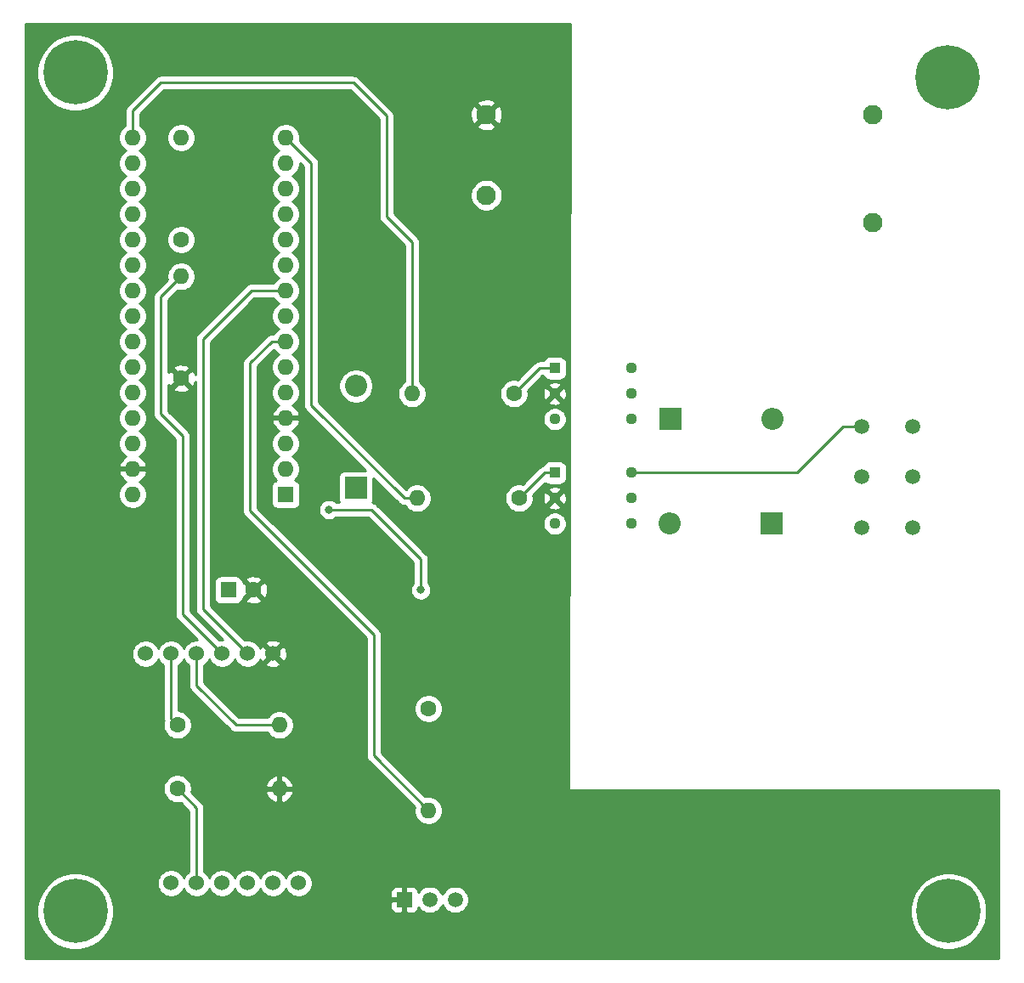
<source format=gbr>
%TF.GenerationSoftware,KiCad,Pcbnew,(5.1.8)-1*%
%TF.CreationDate,2022-03-01T18:10:38+01:00*%
%TF.ProjectId,controleur_radiateur,636f6e74-726f-46c6-9575-725f72616469,v1.1*%
%TF.SameCoordinates,Original*%
%TF.FileFunction,Copper,L2,Bot*%
%TF.FilePolarity,Positive*%
%FSLAX46Y46*%
G04 Gerber Fmt 4.6, Leading zero omitted, Abs format (unit mm)*
G04 Created by KiCad (PCBNEW (5.1.8)-1) date 2022-03-01 18:10:38*
%MOMM*%
%LPD*%
G01*
G04 APERTURE LIST*
%TA.AperFunction,ComponentPad*%
%ADD10O,1.600000X1.600000*%
%TD*%
%TA.AperFunction,ComponentPad*%
%ADD11C,1.600000*%
%TD*%
%TA.AperFunction,ComponentPad*%
%ADD12R,1.600000X1.600000*%
%TD*%
%TA.AperFunction,ComponentPad*%
%ADD13C,6.400000*%
%TD*%
%TA.AperFunction,ComponentPad*%
%ADD14C,0.800000*%
%TD*%
%TA.AperFunction,ComponentPad*%
%ADD15C,1.950000*%
%TD*%
%TA.AperFunction,ComponentPad*%
%ADD16C,1.110000*%
%TD*%
%TA.AperFunction,ComponentPad*%
%ADD17R,1.110000X1.110000*%
%TD*%
%TA.AperFunction,ComponentPad*%
%ADD18C,1.524000*%
%TD*%
%TA.AperFunction,ComponentPad*%
%ADD19C,1.500000*%
%TD*%
%TA.AperFunction,ComponentPad*%
%ADD20O,2.200000X2.200000*%
%TD*%
%TA.AperFunction,ComponentPad*%
%ADD21R,2.200000X2.200000*%
%TD*%
%TA.AperFunction,ComponentPad*%
%ADD22R,1.500000X1.500000*%
%TD*%
%TA.AperFunction,ViaPad*%
%ADD23C,0.800000*%
%TD*%
%TA.AperFunction,Conductor*%
%ADD24C,0.250000*%
%TD*%
%TA.AperFunction,Conductor*%
%ADD25C,0.254000*%
%TD*%
%TA.AperFunction,Conductor*%
%ADD26C,0.100000*%
%TD*%
G04 APERTURE END LIST*
D10*
%TO.P,R3,2*%
%TO.N,/RX_GSM*%
X114681000Y-84328000D03*
D11*
%TO.P,R3,1*%
%TO.N,GND*%
X114681000Y-94488000D03*
%TD*%
D12*
%TO.P,A1,1*%
%TO.N,Net-(A1-Pad1)*%
X125095000Y-106045000D03*
D10*
%TO.P,A1,17*%
%TO.N,Net-(A1-Pad17)*%
X109855000Y-73025000D03*
%TO.P,A1,2*%
%TO.N,Net-(A1-Pad2)*%
X125095000Y-103505000D03*
%TO.P,A1,18*%
%TO.N,Net-(A1-Pad18)*%
X109855000Y-75565000D03*
%TO.P,A1,3*%
%TO.N,Net-(A1-Pad3)*%
X125095000Y-100965000D03*
%TO.P,A1,19*%
%TO.N,Net-(A1-Pad19)*%
X109855000Y-78105000D03*
%TO.P,A1,4*%
%TO.N,GND*%
X125095000Y-98425000D03*
%TO.P,A1,20*%
%TO.N,Net-(A1-Pad20)*%
X109855000Y-80645000D03*
%TO.P,A1,5*%
%TO.N,Net-(A1-Pad5)*%
X125095000Y-95885000D03*
%TO.P,A1,21*%
%TO.N,Net-(A1-Pad21)*%
X109855000Y-83185000D03*
%TO.P,A1,6*%
%TO.N,Net-(A1-Pad6)*%
X125095000Y-93345000D03*
%TO.P,A1,22*%
%TO.N,Net-(A1-Pad22)*%
X109855000Y-85725000D03*
%TO.P,A1,7*%
%TO.N,/Temp_Data*%
X125095000Y-90805000D03*
%TO.P,A1,23*%
%TO.N,Net-(A1-Pad23)*%
X109855000Y-88265000D03*
%TO.P,A1,8*%
%TO.N,Net-(A1-Pad8)*%
X125095000Y-88265000D03*
%TO.P,A1,24*%
%TO.N,Net-(A1-Pad24)*%
X109855000Y-90805000D03*
%TO.P,A1,9*%
%TO.N,/TX_GSM*%
X125095000Y-85725000D03*
%TO.P,A1,25*%
%TO.N,Net-(A1-Pad25)*%
X109855000Y-93345000D03*
%TO.P,A1,10*%
%TO.N,Net-(A1-Pad10)*%
X125095000Y-83185000D03*
%TO.P,A1,26*%
%TO.N,Net-(A1-Pad26)*%
X109855000Y-95885000D03*
%TO.P,A1,11*%
%TO.N,Net-(A1-Pad11)*%
X125095000Y-80645000D03*
%TO.P,A1,27*%
%TO.N,Net-(A1-Pad27)*%
X109855000Y-98425000D03*
%TO.P,A1,12*%
%TO.N,Net-(A1-Pad12)*%
X125095000Y-78105000D03*
%TO.P,A1,28*%
%TO.N,Net-(A1-Pad28)*%
X109855000Y-100965000D03*
%TO.P,A1,13*%
%TO.N,Net-(A1-Pad13)*%
X125095000Y-75565000D03*
%TO.P,A1,29*%
%TO.N,GND*%
X109855000Y-103505000D03*
%TO.P,A1,14*%
%TO.N,Net-(A1-Pad14)*%
X125095000Y-73025000D03*
%TO.P,A1,30*%
%TO.N,+5V*%
X109855000Y-106045000D03*
%TO.P,A1,15*%
%TO.N,/D12*%
X125095000Y-70485000D03*
%TO.P,A1,16*%
%TO.N,/D13*%
X109855000Y-70485000D03*
%TD*%
D13*
%TO.P,REF\u002A\u002A,1*%
%TO.N,N/C*%
X191135000Y-147574000D03*
D14*
X193535000Y-147574000D03*
X192832056Y-149271056D03*
X191135000Y-149974000D03*
X189437944Y-149271056D03*
X188735000Y-147574000D03*
X189437944Y-145876944D03*
X191135000Y-145174000D03*
X192832056Y-145876944D03*
%TD*%
D13*
%TO.P,REF\u002A\u002A,1*%
%TO.N,N/C*%
X104140000Y-147574000D03*
D14*
X106540000Y-147574000D03*
X105837056Y-149271056D03*
X104140000Y-149974000D03*
X102442944Y-149271056D03*
X101740000Y-147574000D03*
X102442944Y-145876944D03*
X104140000Y-145174000D03*
X105837056Y-145876944D03*
%TD*%
D13*
%TO.P,REF\u002A\u002A,1*%
%TO.N,N/C*%
X104140000Y-64008000D03*
D14*
X106540000Y-64008000D03*
X105837056Y-65705056D03*
X104140000Y-66408000D03*
X102442944Y-65705056D03*
X101740000Y-64008000D03*
X102442944Y-62310944D03*
X104140000Y-61608000D03*
X105837056Y-62310944D03*
%TD*%
%TO.P,REF\u002A\u002A,1*%
%TO.N,N/C*%
X192705056Y-62818944D03*
X191008000Y-62116000D03*
X189310944Y-62818944D03*
X188608000Y-64516000D03*
X189310944Y-66213056D03*
X191008000Y-66916000D03*
X192705056Y-66213056D03*
X193408000Y-64516000D03*
D13*
X191008000Y-64516000D03*
%TD*%
D10*
%TO.P,R4,2*%
%TO.N,Net-(R4-Pad2)*%
X124460000Y-129032000D03*
D11*
%TO.P,R4,1*%
%TO.N,Net-(C1-Pad1)*%
X114300000Y-129032000D03*
%TD*%
D10*
%TO.P,R1,2*%
%TO.N,GND*%
X124460000Y-135382000D03*
D11*
%TO.P,R1,1*%
%TO.N,Net-(R1-Pad1)*%
X114300000Y-135382000D03*
%TD*%
D15*
%TO.P,U5,4*%
%TO.N,+5V*%
X145088000Y-76220000D03*
%TO.P,U5,1*%
%TO.N,Net-(J1-Pad3)*%
X183588000Y-78970000D03*
%TO.P,U5,3*%
%TO.N,GND*%
X145088000Y-68220000D03*
%TO.P,U5,2*%
%TO.N,Net-(J1-Pad1)*%
X183588000Y-68220000D03*
%TD*%
D16*
%TO.P,U3,6*%
%TO.N,Net-(J1-Pad1)*%
X159512000Y-103886000D03*
%TO.P,U3,5*%
%TO.N,Net-(U3-Pad5)*%
X159512000Y-106426000D03*
%TO.P,U3,4*%
%TO.N,Net-(D7-Pad2)*%
X159512000Y-108966000D03*
%TO.P,U3,3*%
%TO.N,Net-(U3-Pad3)*%
X151892000Y-108966000D03*
%TO.P,U3,2*%
%TO.N,GND*%
X151892000Y-106426000D03*
D17*
%TO.P,U3,1*%
%TO.N,Net-(R8-Pad1)*%
X151892000Y-103886000D03*
%TD*%
D16*
%TO.P,U2,6*%
%TO.N,Net-(J1-Pad1)*%
X159512000Y-93472000D03*
%TO.P,U2,5*%
%TO.N,Net-(U2-Pad5)*%
X159512000Y-96012000D03*
%TO.P,U2,4*%
%TO.N,Net-(D6-Pad1)*%
X159512000Y-98552000D03*
%TO.P,U2,3*%
%TO.N,Net-(U2-Pad3)*%
X151892000Y-98552000D03*
%TO.P,U2,2*%
%TO.N,GND*%
X151892000Y-96012000D03*
D17*
%TO.P,U2,1*%
%TO.N,Net-(R7-Pad1)*%
X151892000Y-93472000D03*
%TD*%
D18*
%TO.P,U1,12*%
%TO.N,Net-(U1-Pad12)*%
X126365000Y-144780000D03*
%TO.P,U1,11*%
%TO.N,Net-(U1-Pad11)*%
X123825000Y-144780000D03*
%TO.P,U1,10*%
%TO.N,Net-(U1-Pad10)*%
X121285000Y-144780000D03*
%TO.P,U1,9*%
%TO.N,Net-(U1-Pad9)*%
X118745000Y-144780000D03*
%TO.P,U1,8*%
%TO.N,Net-(R1-Pad1)*%
X116205000Y-144780000D03*
%TO.P,U1,7*%
%TO.N,Net-(U1-Pad7)*%
X113665000Y-144780000D03*
%TO.P,U1,6*%
%TO.N,GND*%
X123825000Y-121920000D03*
%TO.P,U1,5*%
%TO.N,/TX_GSM*%
X121285000Y-121920000D03*
%TO.P,U1,4*%
%TO.N,/RX_GSM*%
X118745000Y-121920000D03*
%TO.P,U1,3*%
%TO.N,Net-(R4-Pad2)*%
X116205000Y-121920000D03*
%TO.P,U1,2*%
%TO.N,Net-(C1-Pad1)*%
X113665000Y-121920000D03*
%TO.P,U1,1*%
%TO.N,Net-(U1-Pad1)*%
X111125000Y-121920000D03*
%TD*%
D19*
%TO.P,J1,6*%
%TO.N,Net-(D6-Pad2)*%
X182499000Y-109314000D03*
%TO.P,J1,5*%
X187579000Y-109314000D03*
%TO.P,J1,2*%
%TO.N,Net-(J1-Pad1)*%
X182499000Y-99314000D03*
%TO.P,J1,3*%
%TO.N,Net-(J1-Pad3)*%
X187579000Y-104314000D03*
%TO.P,J1,1*%
%TO.N,Net-(J1-Pad1)*%
X187579000Y-99314000D03*
%TO.P,J1,4*%
%TO.N,Net-(J1-Pad3)*%
X182499000Y-104314000D03*
%TD*%
D20*
%TO.P,D1,2*%
%TO.N,+5V*%
X132080000Y-95250000D03*
D21*
%TO.P,D1,1*%
%TO.N,Net-(C1-Pad1)*%
X132080000Y-105410000D03*
%TD*%
D22*
%TO.P,U4,1*%
%TO.N,GND*%
X136906000Y-146431000D03*
D19*
%TO.P,U4,3*%
%TO.N,+5V*%
X141986000Y-146431000D03*
%TO.P,U4,2*%
%TO.N,/Temp_Data*%
X139446000Y-146431000D03*
%TD*%
D10*
%TO.P,R9,2*%
%TO.N,/Temp_Data*%
X139319000Y-137541000D03*
D11*
%TO.P,R9,1*%
%TO.N,+5V*%
X139319000Y-127381000D03*
%TD*%
D10*
%TO.P,R8,2*%
%TO.N,/D12*%
X138176000Y-106426000D03*
D11*
%TO.P,R8,1*%
%TO.N,Net-(R8-Pad1)*%
X148336000Y-106426000D03*
%TD*%
D10*
%TO.P,R7,2*%
%TO.N,/D13*%
X137668000Y-96012000D03*
D11*
%TO.P,R7,1*%
%TO.N,Net-(R7-Pad1)*%
X147828000Y-96012000D03*
%TD*%
D10*
%TO.P,R2,2*%
%TO.N,Net-(A1-Pad8)*%
X114681000Y-70485000D03*
D11*
%TO.P,R2,1*%
%TO.N,/RX_GSM*%
X114681000Y-80645000D03*
%TD*%
D20*
%TO.P,D7,2*%
%TO.N,Net-(D7-Pad2)*%
X163322000Y-108966000D03*
D21*
%TO.P,D7,1*%
%TO.N,Net-(D6-Pad2)*%
X173482000Y-108966000D03*
%TD*%
D20*
%TO.P,D6,2*%
%TO.N,Net-(D6-Pad2)*%
X173609000Y-98552000D03*
D21*
%TO.P,D6,1*%
%TO.N,Net-(D6-Pad1)*%
X163449000Y-98552000D03*
%TD*%
D11*
%TO.P,C1,2*%
%TO.N,GND*%
X121880000Y-115570000D03*
D12*
%TO.P,C1,1*%
%TO.N,Net-(C1-Pad1)*%
X119380000Y-115570000D03*
%TD*%
D23*
%TO.N,+5V*%
X129413000Y-107569000D03*
X138557000Y-115570000D03*
%TD*%
D24*
%TO.N,Net-(R7-Pad1)*%
X150368000Y-93472000D02*
X147828000Y-96012000D01*
X151892000Y-93472000D02*
X150368000Y-93472000D01*
%TO.N,Net-(R8-Pad1)*%
X150876000Y-103886000D02*
X151892000Y-103886000D01*
X148336000Y-106426000D02*
X150876000Y-103886000D01*
%TO.N,Net-(C1-Pad1)*%
X113665000Y-128397000D02*
X114300000Y-129032000D01*
X113665000Y-121920000D02*
X113665000Y-128397000D01*
%TO.N,Net-(J1-Pad1)*%
X159512000Y-103886000D02*
X176022000Y-103886000D01*
X180594000Y-99314000D02*
X182499000Y-99314000D01*
X176022000Y-103886000D02*
X180594000Y-99314000D01*
%TO.N,/Temp_Data*%
X125095000Y-90805000D02*
X123698000Y-90805000D01*
X123698000Y-90805000D02*
X121539000Y-92964000D01*
X121539000Y-92964000D02*
X121539000Y-107696000D01*
X121539000Y-107696000D02*
X133858000Y-120015000D01*
X133858000Y-132080000D02*
X139319000Y-137541000D01*
X133858000Y-120015000D02*
X133858000Y-132080000D01*
%TO.N,/TX_GSM*%
X121666000Y-85725000D02*
X125095000Y-85725000D01*
X116840000Y-90551000D02*
X121666000Y-85725000D01*
X116840000Y-117475000D02*
X116840000Y-90551000D01*
X121285000Y-121920000D02*
X116840000Y-117475000D01*
%TO.N,+5V*%
X138557000Y-115570000D02*
X138557000Y-112522000D01*
X133604000Y-107569000D02*
X129413000Y-107569000D01*
X138557000Y-112522000D02*
X133604000Y-107569000D01*
%TO.N,/D12*%
X138176000Y-106426000D02*
X136906000Y-106426000D01*
X136906000Y-106426000D02*
X127635000Y-97155000D01*
X127635000Y-73025000D02*
X125095000Y-70485000D01*
X127635000Y-97155000D02*
X127635000Y-73025000D01*
%TO.N,/D13*%
X137668000Y-96012000D02*
X137668000Y-80899000D01*
X109855000Y-70485000D02*
X109855000Y-67818000D01*
X109855000Y-67818000D02*
X112649000Y-65024000D01*
X112649000Y-65024000D02*
X131826000Y-65024000D01*
X131826000Y-65024000D02*
X135128000Y-68326000D01*
X135128000Y-68326000D02*
X135128000Y-78359000D01*
X137668000Y-80899000D02*
X135128000Y-78359000D01*
%TO.N,Net-(R1-Pad1)*%
X116205000Y-137287000D02*
X114300000Y-135382000D01*
X116205000Y-144780000D02*
X116205000Y-137287000D01*
%TO.N,/RX_GSM*%
X118745000Y-121920000D02*
X114808000Y-117983000D01*
X114808000Y-117983000D02*
X114808000Y-100203000D01*
X114808000Y-100203000D02*
X112649000Y-98044000D01*
X112649000Y-86360000D02*
X114681000Y-84328000D01*
X112649000Y-98044000D02*
X112649000Y-86360000D01*
%TO.N,Net-(R4-Pad2)*%
X124460000Y-129032000D02*
X121285000Y-129032000D01*
X124460000Y-129032000D02*
X120142000Y-129032000D01*
X116205000Y-125095000D02*
X116205000Y-121920000D01*
X120142000Y-129032000D02*
X116205000Y-125095000D01*
%TD*%
D25*
%TO.N,GND*%
X153289000Y-135381686D02*
X153291440Y-135406776D01*
X153298667Y-135430601D01*
X153310403Y-135452557D01*
X153326197Y-135471803D01*
X153345443Y-135487597D01*
X153367399Y-135499333D01*
X153391224Y-135506560D01*
X153416000Y-135509000D01*
X196088000Y-135509000D01*
X196088000Y-152273000D01*
X99187000Y-152273000D01*
X99187000Y-147196285D01*
X100305000Y-147196285D01*
X100305000Y-147951715D01*
X100452377Y-148692628D01*
X100741467Y-149390554D01*
X101161161Y-150018670D01*
X101695330Y-150552839D01*
X102323446Y-150972533D01*
X103021372Y-151261623D01*
X103762285Y-151409000D01*
X104517715Y-151409000D01*
X105258628Y-151261623D01*
X105956554Y-150972533D01*
X106584670Y-150552839D01*
X107118839Y-150018670D01*
X107538533Y-149390554D01*
X107827623Y-148692628D01*
X107975000Y-147951715D01*
X107975000Y-147196285D01*
X107971960Y-147181000D01*
X135517928Y-147181000D01*
X135530188Y-147305482D01*
X135566498Y-147425180D01*
X135625463Y-147535494D01*
X135704815Y-147632185D01*
X135801506Y-147711537D01*
X135911820Y-147770502D01*
X136031518Y-147806812D01*
X136156000Y-147819072D01*
X136620250Y-147816000D01*
X136779000Y-147657250D01*
X136779000Y-146558000D01*
X135679750Y-146558000D01*
X135521000Y-146716750D01*
X135517928Y-147181000D01*
X107971960Y-147181000D01*
X107827623Y-146455372D01*
X107538533Y-145757446D01*
X107118839Y-145129330D01*
X106631917Y-144642408D01*
X112268000Y-144642408D01*
X112268000Y-144917592D01*
X112321686Y-145187490D01*
X112426995Y-145441727D01*
X112579880Y-145670535D01*
X112774465Y-145865120D01*
X113003273Y-146018005D01*
X113257510Y-146123314D01*
X113527408Y-146177000D01*
X113802592Y-146177000D01*
X114072490Y-146123314D01*
X114326727Y-146018005D01*
X114555535Y-145865120D01*
X114750120Y-145670535D01*
X114903005Y-145441727D01*
X114935000Y-145364485D01*
X114966995Y-145441727D01*
X115119880Y-145670535D01*
X115314465Y-145865120D01*
X115543273Y-146018005D01*
X115797510Y-146123314D01*
X116067408Y-146177000D01*
X116342592Y-146177000D01*
X116612490Y-146123314D01*
X116866727Y-146018005D01*
X117095535Y-145865120D01*
X117290120Y-145670535D01*
X117443005Y-145441727D01*
X117475000Y-145364485D01*
X117506995Y-145441727D01*
X117659880Y-145670535D01*
X117854465Y-145865120D01*
X118083273Y-146018005D01*
X118337510Y-146123314D01*
X118607408Y-146177000D01*
X118882592Y-146177000D01*
X119152490Y-146123314D01*
X119406727Y-146018005D01*
X119635535Y-145865120D01*
X119830120Y-145670535D01*
X119983005Y-145441727D01*
X120015000Y-145364485D01*
X120046995Y-145441727D01*
X120199880Y-145670535D01*
X120394465Y-145865120D01*
X120623273Y-146018005D01*
X120877510Y-146123314D01*
X121147408Y-146177000D01*
X121422592Y-146177000D01*
X121692490Y-146123314D01*
X121946727Y-146018005D01*
X122175535Y-145865120D01*
X122370120Y-145670535D01*
X122523005Y-145441727D01*
X122555000Y-145364485D01*
X122586995Y-145441727D01*
X122739880Y-145670535D01*
X122934465Y-145865120D01*
X123163273Y-146018005D01*
X123417510Y-146123314D01*
X123687408Y-146177000D01*
X123962592Y-146177000D01*
X124232490Y-146123314D01*
X124486727Y-146018005D01*
X124715535Y-145865120D01*
X124910120Y-145670535D01*
X125063005Y-145441727D01*
X125095000Y-145364485D01*
X125126995Y-145441727D01*
X125279880Y-145670535D01*
X125474465Y-145865120D01*
X125703273Y-146018005D01*
X125957510Y-146123314D01*
X126227408Y-146177000D01*
X126502592Y-146177000D01*
X126772490Y-146123314D01*
X127026727Y-146018005D01*
X127255535Y-145865120D01*
X127439655Y-145681000D01*
X135517928Y-145681000D01*
X135521000Y-146145250D01*
X135679750Y-146304000D01*
X136779000Y-146304000D01*
X136779000Y-145204750D01*
X137033000Y-145204750D01*
X137033000Y-146304000D01*
X137053000Y-146304000D01*
X137053000Y-146558000D01*
X137033000Y-146558000D01*
X137033000Y-147657250D01*
X137191750Y-147816000D01*
X137656000Y-147819072D01*
X137780482Y-147806812D01*
X137900180Y-147770502D01*
X138010494Y-147711537D01*
X138107185Y-147632185D01*
X138186537Y-147535494D01*
X138245502Y-147425180D01*
X138281812Y-147305482D01*
X138292445Y-147197517D01*
X138370201Y-147313886D01*
X138563114Y-147506799D01*
X138789957Y-147658371D01*
X139042011Y-147762775D01*
X139309589Y-147816000D01*
X139582411Y-147816000D01*
X139849989Y-147762775D01*
X140102043Y-147658371D01*
X140328886Y-147506799D01*
X140521799Y-147313886D01*
X140673371Y-147087043D01*
X140716000Y-146984127D01*
X140758629Y-147087043D01*
X140910201Y-147313886D01*
X141103114Y-147506799D01*
X141329957Y-147658371D01*
X141582011Y-147762775D01*
X141849589Y-147816000D01*
X142122411Y-147816000D01*
X142389989Y-147762775D01*
X142642043Y-147658371D01*
X142868886Y-147506799D01*
X143061799Y-147313886D01*
X143140377Y-147196285D01*
X187300000Y-147196285D01*
X187300000Y-147951715D01*
X187447377Y-148692628D01*
X187736467Y-149390554D01*
X188156161Y-150018670D01*
X188690330Y-150552839D01*
X189318446Y-150972533D01*
X190016372Y-151261623D01*
X190757285Y-151409000D01*
X191512715Y-151409000D01*
X192253628Y-151261623D01*
X192951554Y-150972533D01*
X193579670Y-150552839D01*
X194113839Y-150018670D01*
X194533533Y-149390554D01*
X194822623Y-148692628D01*
X194970000Y-147951715D01*
X194970000Y-147196285D01*
X194822623Y-146455372D01*
X194533533Y-145757446D01*
X194113839Y-145129330D01*
X193579670Y-144595161D01*
X192951554Y-144175467D01*
X192253628Y-143886377D01*
X191512715Y-143739000D01*
X190757285Y-143739000D01*
X190016372Y-143886377D01*
X189318446Y-144175467D01*
X188690330Y-144595161D01*
X188156161Y-145129330D01*
X187736467Y-145757446D01*
X187447377Y-146455372D01*
X187300000Y-147196285D01*
X143140377Y-147196285D01*
X143213371Y-147087043D01*
X143317775Y-146834989D01*
X143371000Y-146567411D01*
X143371000Y-146294589D01*
X143317775Y-146027011D01*
X143213371Y-145774957D01*
X143061799Y-145548114D01*
X142868886Y-145355201D01*
X142642043Y-145203629D01*
X142389989Y-145099225D01*
X142122411Y-145046000D01*
X141849589Y-145046000D01*
X141582011Y-145099225D01*
X141329957Y-145203629D01*
X141103114Y-145355201D01*
X140910201Y-145548114D01*
X140758629Y-145774957D01*
X140716000Y-145877873D01*
X140673371Y-145774957D01*
X140521799Y-145548114D01*
X140328886Y-145355201D01*
X140102043Y-145203629D01*
X139849989Y-145099225D01*
X139582411Y-145046000D01*
X139309589Y-145046000D01*
X139042011Y-145099225D01*
X138789957Y-145203629D01*
X138563114Y-145355201D01*
X138370201Y-145548114D01*
X138292445Y-145664483D01*
X138281812Y-145556518D01*
X138245502Y-145436820D01*
X138186537Y-145326506D01*
X138107185Y-145229815D01*
X138010494Y-145150463D01*
X137900180Y-145091498D01*
X137780482Y-145055188D01*
X137656000Y-145042928D01*
X137191750Y-145046000D01*
X137033000Y-145204750D01*
X136779000Y-145204750D01*
X136620250Y-145046000D01*
X136156000Y-145042928D01*
X136031518Y-145055188D01*
X135911820Y-145091498D01*
X135801506Y-145150463D01*
X135704815Y-145229815D01*
X135625463Y-145326506D01*
X135566498Y-145436820D01*
X135530188Y-145556518D01*
X135517928Y-145681000D01*
X127439655Y-145681000D01*
X127450120Y-145670535D01*
X127603005Y-145441727D01*
X127708314Y-145187490D01*
X127762000Y-144917592D01*
X127762000Y-144642408D01*
X127708314Y-144372510D01*
X127603005Y-144118273D01*
X127450120Y-143889465D01*
X127255535Y-143694880D01*
X127026727Y-143541995D01*
X126772490Y-143436686D01*
X126502592Y-143383000D01*
X126227408Y-143383000D01*
X125957510Y-143436686D01*
X125703273Y-143541995D01*
X125474465Y-143694880D01*
X125279880Y-143889465D01*
X125126995Y-144118273D01*
X125095000Y-144195515D01*
X125063005Y-144118273D01*
X124910120Y-143889465D01*
X124715535Y-143694880D01*
X124486727Y-143541995D01*
X124232490Y-143436686D01*
X123962592Y-143383000D01*
X123687408Y-143383000D01*
X123417510Y-143436686D01*
X123163273Y-143541995D01*
X122934465Y-143694880D01*
X122739880Y-143889465D01*
X122586995Y-144118273D01*
X122555000Y-144195515D01*
X122523005Y-144118273D01*
X122370120Y-143889465D01*
X122175535Y-143694880D01*
X121946727Y-143541995D01*
X121692490Y-143436686D01*
X121422592Y-143383000D01*
X121147408Y-143383000D01*
X120877510Y-143436686D01*
X120623273Y-143541995D01*
X120394465Y-143694880D01*
X120199880Y-143889465D01*
X120046995Y-144118273D01*
X120015000Y-144195515D01*
X119983005Y-144118273D01*
X119830120Y-143889465D01*
X119635535Y-143694880D01*
X119406727Y-143541995D01*
X119152490Y-143436686D01*
X118882592Y-143383000D01*
X118607408Y-143383000D01*
X118337510Y-143436686D01*
X118083273Y-143541995D01*
X117854465Y-143694880D01*
X117659880Y-143889465D01*
X117506995Y-144118273D01*
X117475000Y-144195515D01*
X117443005Y-144118273D01*
X117290120Y-143889465D01*
X117095535Y-143694880D01*
X116965000Y-143607659D01*
X116965000Y-137324323D01*
X116968676Y-137287000D01*
X116965000Y-137249677D01*
X116965000Y-137249667D01*
X116954003Y-137138014D01*
X116910546Y-136994753D01*
X116839974Y-136862724D01*
X116745001Y-136746999D01*
X116716003Y-136723201D01*
X115723841Y-135731039D01*
X123068096Y-135731039D01*
X123108754Y-135865087D01*
X123228963Y-136119420D01*
X123396481Y-136345414D01*
X123604869Y-136534385D01*
X123846119Y-136679070D01*
X124110960Y-136773909D01*
X124333000Y-136652624D01*
X124333000Y-135509000D01*
X124587000Y-135509000D01*
X124587000Y-136652624D01*
X124809040Y-136773909D01*
X125073881Y-136679070D01*
X125315131Y-136534385D01*
X125523519Y-136345414D01*
X125691037Y-136119420D01*
X125811246Y-135865087D01*
X125851904Y-135731039D01*
X125729915Y-135509000D01*
X124587000Y-135509000D01*
X124333000Y-135509000D01*
X123190085Y-135509000D01*
X123068096Y-135731039D01*
X115723841Y-135731039D01*
X115698688Y-135705886D01*
X115735000Y-135523335D01*
X115735000Y-135240665D01*
X115693685Y-135032961D01*
X123068096Y-135032961D01*
X123190085Y-135255000D01*
X124333000Y-135255000D01*
X124333000Y-134111376D01*
X124587000Y-134111376D01*
X124587000Y-135255000D01*
X125729915Y-135255000D01*
X125851904Y-135032961D01*
X125811246Y-134898913D01*
X125691037Y-134644580D01*
X125523519Y-134418586D01*
X125315131Y-134229615D01*
X125073881Y-134084930D01*
X124809040Y-133990091D01*
X124587000Y-134111376D01*
X124333000Y-134111376D01*
X124110960Y-133990091D01*
X123846119Y-134084930D01*
X123604869Y-134229615D01*
X123396481Y-134418586D01*
X123228963Y-134644580D01*
X123108754Y-134898913D01*
X123068096Y-135032961D01*
X115693685Y-135032961D01*
X115679853Y-134963426D01*
X115571680Y-134702273D01*
X115414637Y-134467241D01*
X115214759Y-134267363D01*
X114979727Y-134110320D01*
X114718574Y-134002147D01*
X114441335Y-133947000D01*
X114158665Y-133947000D01*
X113881426Y-134002147D01*
X113620273Y-134110320D01*
X113385241Y-134267363D01*
X113185363Y-134467241D01*
X113028320Y-134702273D01*
X112920147Y-134963426D01*
X112865000Y-135240665D01*
X112865000Y-135523335D01*
X112920147Y-135800574D01*
X113028320Y-136061727D01*
X113185363Y-136296759D01*
X113385241Y-136496637D01*
X113620273Y-136653680D01*
X113881426Y-136761853D01*
X114158665Y-136817000D01*
X114441335Y-136817000D01*
X114623886Y-136780688D01*
X115445001Y-137601803D01*
X115445000Y-143607659D01*
X115314465Y-143694880D01*
X115119880Y-143889465D01*
X114966995Y-144118273D01*
X114935000Y-144195515D01*
X114903005Y-144118273D01*
X114750120Y-143889465D01*
X114555535Y-143694880D01*
X114326727Y-143541995D01*
X114072490Y-143436686D01*
X113802592Y-143383000D01*
X113527408Y-143383000D01*
X113257510Y-143436686D01*
X113003273Y-143541995D01*
X112774465Y-143694880D01*
X112579880Y-143889465D01*
X112426995Y-144118273D01*
X112321686Y-144372510D01*
X112268000Y-144642408D01*
X106631917Y-144642408D01*
X106584670Y-144595161D01*
X105956554Y-144175467D01*
X105258628Y-143886377D01*
X104517715Y-143739000D01*
X103762285Y-143739000D01*
X103021372Y-143886377D01*
X102323446Y-144175467D01*
X101695330Y-144595161D01*
X101161161Y-145129330D01*
X100741467Y-145757446D01*
X100452377Y-146455372D01*
X100305000Y-147196285D01*
X99187000Y-147196285D01*
X99187000Y-121782408D01*
X109728000Y-121782408D01*
X109728000Y-122057592D01*
X109781686Y-122327490D01*
X109886995Y-122581727D01*
X110039880Y-122810535D01*
X110234465Y-123005120D01*
X110463273Y-123158005D01*
X110717510Y-123263314D01*
X110987408Y-123317000D01*
X111262592Y-123317000D01*
X111532490Y-123263314D01*
X111786727Y-123158005D01*
X112015535Y-123005120D01*
X112210120Y-122810535D01*
X112363005Y-122581727D01*
X112395000Y-122504485D01*
X112426995Y-122581727D01*
X112579880Y-122810535D01*
X112774465Y-123005120D01*
X112905000Y-123092341D01*
X112905001Y-128359668D01*
X112901324Y-128397000D01*
X112915998Y-128545985D01*
X112929561Y-128590698D01*
X112920147Y-128613426D01*
X112865000Y-128890665D01*
X112865000Y-129173335D01*
X112920147Y-129450574D01*
X113028320Y-129711727D01*
X113185363Y-129946759D01*
X113385241Y-130146637D01*
X113620273Y-130303680D01*
X113881426Y-130411853D01*
X114158665Y-130467000D01*
X114441335Y-130467000D01*
X114718574Y-130411853D01*
X114979727Y-130303680D01*
X115214759Y-130146637D01*
X115414637Y-129946759D01*
X115571680Y-129711727D01*
X115679853Y-129450574D01*
X115735000Y-129173335D01*
X115735000Y-128890665D01*
X115679853Y-128613426D01*
X115571680Y-128352273D01*
X115414637Y-128117241D01*
X115214759Y-127917363D01*
X114979727Y-127760320D01*
X114718574Y-127652147D01*
X114441335Y-127597000D01*
X114425000Y-127597000D01*
X114425000Y-123092341D01*
X114555535Y-123005120D01*
X114750120Y-122810535D01*
X114903005Y-122581727D01*
X114935000Y-122504485D01*
X114966995Y-122581727D01*
X115119880Y-122810535D01*
X115314465Y-123005120D01*
X115445001Y-123092341D01*
X115445000Y-125057677D01*
X115441324Y-125095000D01*
X115445000Y-125132322D01*
X115445000Y-125132332D01*
X115455997Y-125243985D01*
X115499454Y-125387246D01*
X115570026Y-125519276D01*
X115609871Y-125567826D01*
X115664999Y-125635001D01*
X115694003Y-125658804D01*
X119578201Y-129543003D01*
X119601999Y-129572001D01*
X119717724Y-129666974D01*
X119849753Y-129737546D01*
X119993014Y-129781003D01*
X120104667Y-129792000D01*
X120104675Y-129792000D01*
X120142000Y-129795676D01*
X120179325Y-129792000D01*
X123241957Y-129792000D01*
X123345363Y-129946759D01*
X123545241Y-130146637D01*
X123780273Y-130303680D01*
X124041426Y-130411853D01*
X124318665Y-130467000D01*
X124601335Y-130467000D01*
X124878574Y-130411853D01*
X125139727Y-130303680D01*
X125374759Y-130146637D01*
X125574637Y-129946759D01*
X125731680Y-129711727D01*
X125839853Y-129450574D01*
X125895000Y-129173335D01*
X125895000Y-128890665D01*
X125839853Y-128613426D01*
X125731680Y-128352273D01*
X125574637Y-128117241D01*
X125374759Y-127917363D01*
X125139727Y-127760320D01*
X124878574Y-127652147D01*
X124601335Y-127597000D01*
X124318665Y-127597000D01*
X124041426Y-127652147D01*
X123780273Y-127760320D01*
X123545241Y-127917363D01*
X123345363Y-128117241D01*
X123241957Y-128272000D01*
X120456802Y-128272000D01*
X116965000Y-124780199D01*
X116965000Y-123092341D01*
X117095535Y-123005120D01*
X117290120Y-122810535D01*
X117443005Y-122581727D01*
X117475000Y-122504485D01*
X117506995Y-122581727D01*
X117659880Y-122810535D01*
X117854465Y-123005120D01*
X118083273Y-123158005D01*
X118337510Y-123263314D01*
X118607408Y-123317000D01*
X118882592Y-123317000D01*
X119152490Y-123263314D01*
X119406727Y-123158005D01*
X119635535Y-123005120D01*
X119830120Y-122810535D01*
X119983005Y-122581727D01*
X120015000Y-122504485D01*
X120046995Y-122581727D01*
X120199880Y-122810535D01*
X120394465Y-123005120D01*
X120623273Y-123158005D01*
X120877510Y-123263314D01*
X121147408Y-123317000D01*
X121422592Y-123317000D01*
X121692490Y-123263314D01*
X121946727Y-123158005D01*
X122175535Y-123005120D01*
X122295090Y-122885565D01*
X123039040Y-122885565D01*
X123106020Y-123125656D01*
X123355048Y-123242756D01*
X123622135Y-123309023D01*
X123897017Y-123321910D01*
X124169133Y-123280922D01*
X124428023Y-123187636D01*
X124543980Y-123125656D01*
X124610960Y-122885565D01*
X123825000Y-122099605D01*
X123039040Y-122885565D01*
X122295090Y-122885565D01*
X122370120Y-122810535D01*
X122523005Y-122581727D01*
X122552692Y-122510057D01*
X122557364Y-122523023D01*
X122619344Y-122638980D01*
X122859435Y-122705960D01*
X123645395Y-121920000D01*
X124004605Y-121920000D01*
X124790565Y-122705960D01*
X125030656Y-122638980D01*
X125147756Y-122389952D01*
X125214023Y-122122865D01*
X125226910Y-121847983D01*
X125185922Y-121575867D01*
X125092636Y-121316977D01*
X125030656Y-121201020D01*
X124790565Y-121134040D01*
X124004605Y-121920000D01*
X123645395Y-121920000D01*
X122859435Y-121134040D01*
X122619344Y-121201020D01*
X122555515Y-121336760D01*
X122523005Y-121258273D01*
X122370120Y-121029465D01*
X122295090Y-120954435D01*
X123039040Y-120954435D01*
X123825000Y-121740395D01*
X124610960Y-120954435D01*
X124543980Y-120714344D01*
X124294952Y-120597244D01*
X124027865Y-120530977D01*
X123752983Y-120518090D01*
X123480867Y-120559078D01*
X123221977Y-120652364D01*
X123106020Y-120714344D01*
X123039040Y-120954435D01*
X122295090Y-120954435D01*
X122175535Y-120834880D01*
X121946727Y-120681995D01*
X121692490Y-120576686D01*
X121422592Y-120523000D01*
X121147408Y-120523000D01*
X120993430Y-120553628D01*
X117600000Y-117160199D01*
X117600000Y-114770000D01*
X117941928Y-114770000D01*
X117941928Y-116370000D01*
X117954188Y-116494482D01*
X117990498Y-116614180D01*
X118049463Y-116724494D01*
X118128815Y-116821185D01*
X118225506Y-116900537D01*
X118335820Y-116959502D01*
X118455518Y-116995812D01*
X118580000Y-117008072D01*
X120180000Y-117008072D01*
X120304482Y-116995812D01*
X120424180Y-116959502D01*
X120534494Y-116900537D01*
X120631185Y-116821185D01*
X120710537Y-116724494D01*
X120769502Y-116614180D01*
X120785117Y-116562702D01*
X121066903Y-116562702D01*
X121138486Y-116806671D01*
X121393996Y-116927571D01*
X121668184Y-116996300D01*
X121950512Y-117010217D01*
X122230130Y-116968787D01*
X122496292Y-116873603D01*
X122621514Y-116806671D01*
X122693097Y-116562702D01*
X121880000Y-115749605D01*
X121066903Y-116562702D01*
X120785117Y-116562702D01*
X120805812Y-116494482D01*
X120818072Y-116370000D01*
X120818072Y-116362785D01*
X120887298Y-116383097D01*
X121700395Y-115570000D01*
X122059605Y-115570000D01*
X122872702Y-116383097D01*
X123116671Y-116311514D01*
X123237571Y-116056004D01*
X123306300Y-115781816D01*
X123320217Y-115499488D01*
X123278787Y-115219870D01*
X123183603Y-114953708D01*
X123116671Y-114828486D01*
X122872702Y-114756903D01*
X122059605Y-115570000D01*
X121700395Y-115570000D01*
X120887298Y-114756903D01*
X120818072Y-114777215D01*
X120818072Y-114770000D01*
X120805812Y-114645518D01*
X120785118Y-114577298D01*
X121066903Y-114577298D01*
X121880000Y-115390395D01*
X122693097Y-114577298D01*
X122621514Y-114333329D01*
X122366004Y-114212429D01*
X122091816Y-114143700D01*
X121809488Y-114129783D01*
X121529870Y-114171213D01*
X121263708Y-114266397D01*
X121138486Y-114333329D01*
X121066903Y-114577298D01*
X120785118Y-114577298D01*
X120769502Y-114525820D01*
X120710537Y-114415506D01*
X120631185Y-114318815D01*
X120534494Y-114239463D01*
X120424180Y-114180498D01*
X120304482Y-114144188D01*
X120180000Y-114131928D01*
X118580000Y-114131928D01*
X118455518Y-114144188D01*
X118335820Y-114180498D01*
X118225506Y-114239463D01*
X118128815Y-114318815D01*
X118049463Y-114415506D01*
X117990498Y-114525820D01*
X117954188Y-114645518D01*
X117941928Y-114770000D01*
X117600000Y-114770000D01*
X117600000Y-90865801D01*
X121980802Y-86485000D01*
X123876957Y-86485000D01*
X123980363Y-86639759D01*
X124180241Y-86839637D01*
X124412759Y-86995000D01*
X124180241Y-87150363D01*
X123980363Y-87350241D01*
X123823320Y-87585273D01*
X123715147Y-87846426D01*
X123660000Y-88123665D01*
X123660000Y-88406335D01*
X123715147Y-88683574D01*
X123823320Y-88944727D01*
X123980363Y-89179759D01*
X124180241Y-89379637D01*
X124412759Y-89535000D01*
X124180241Y-89690363D01*
X123980363Y-89890241D01*
X123876957Y-90045000D01*
X123735322Y-90045000D01*
X123697999Y-90041324D01*
X123660676Y-90045000D01*
X123660667Y-90045000D01*
X123549014Y-90055997D01*
X123405753Y-90099454D01*
X123273723Y-90170026D01*
X123190083Y-90238668D01*
X123157999Y-90264999D01*
X123134201Y-90293997D01*
X121028003Y-92400196D01*
X120998999Y-92423999D01*
X120964682Y-92465815D01*
X120904026Y-92539724D01*
X120891849Y-92562506D01*
X120833454Y-92671754D01*
X120789997Y-92815015D01*
X120779000Y-92926668D01*
X120779000Y-92926678D01*
X120775324Y-92964000D01*
X120779000Y-93001322D01*
X120779001Y-107658668D01*
X120775324Y-107696000D01*
X120779001Y-107733333D01*
X120789998Y-107844986D01*
X120797858Y-107870898D01*
X120833454Y-107988246D01*
X120904026Y-108120276D01*
X120923635Y-108144169D01*
X120999000Y-108236001D01*
X121027998Y-108259799D01*
X133098000Y-120329802D01*
X133098001Y-132042668D01*
X133094324Y-132080000D01*
X133108998Y-132228985D01*
X133152454Y-132372246D01*
X133223026Y-132504276D01*
X133294201Y-132591002D01*
X133318000Y-132620001D01*
X133346998Y-132643799D01*
X137920312Y-137217114D01*
X137884000Y-137399665D01*
X137884000Y-137682335D01*
X137939147Y-137959574D01*
X138047320Y-138220727D01*
X138204363Y-138455759D01*
X138404241Y-138655637D01*
X138639273Y-138812680D01*
X138900426Y-138920853D01*
X139177665Y-138976000D01*
X139460335Y-138976000D01*
X139737574Y-138920853D01*
X139998727Y-138812680D01*
X140233759Y-138655637D01*
X140433637Y-138455759D01*
X140590680Y-138220727D01*
X140698853Y-137959574D01*
X140754000Y-137682335D01*
X140754000Y-137399665D01*
X140698853Y-137122426D01*
X140590680Y-136861273D01*
X140433637Y-136626241D01*
X140233759Y-136426363D01*
X139998727Y-136269320D01*
X139737574Y-136161147D01*
X139460335Y-136106000D01*
X139177665Y-136106000D01*
X138995114Y-136142312D01*
X134618000Y-131765199D01*
X134618000Y-127239665D01*
X137884000Y-127239665D01*
X137884000Y-127522335D01*
X137939147Y-127799574D01*
X138047320Y-128060727D01*
X138204363Y-128295759D01*
X138404241Y-128495637D01*
X138639273Y-128652680D01*
X138900426Y-128760853D01*
X139177665Y-128816000D01*
X139460335Y-128816000D01*
X139737574Y-128760853D01*
X139998727Y-128652680D01*
X140233759Y-128495637D01*
X140433637Y-128295759D01*
X140590680Y-128060727D01*
X140698853Y-127799574D01*
X140754000Y-127522335D01*
X140754000Y-127239665D01*
X140698853Y-126962426D01*
X140590680Y-126701273D01*
X140433637Y-126466241D01*
X140233759Y-126266363D01*
X139998727Y-126109320D01*
X139737574Y-126001147D01*
X139460335Y-125946000D01*
X139177665Y-125946000D01*
X138900426Y-126001147D01*
X138639273Y-126109320D01*
X138404241Y-126266363D01*
X138204363Y-126466241D01*
X138047320Y-126701273D01*
X137939147Y-126962426D01*
X137884000Y-127239665D01*
X134618000Y-127239665D01*
X134618000Y-120052323D01*
X134621676Y-120015000D01*
X134618000Y-119977677D01*
X134618000Y-119977667D01*
X134607003Y-119866014D01*
X134563546Y-119722753D01*
X134492975Y-119590725D01*
X134492974Y-119590723D01*
X134421799Y-119503997D01*
X134398001Y-119474999D01*
X134369004Y-119451202D01*
X122299000Y-107381199D01*
X122299000Y-105245000D01*
X123656928Y-105245000D01*
X123656928Y-106845000D01*
X123669188Y-106969482D01*
X123705498Y-107089180D01*
X123764463Y-107199494D01*
X123843815Y-107296185D01*
X123940506Y-107375537D01*
X124050820Y-107434502D01*
X124170518Y-107470812D01*
X124295000Y-107483072D01*
X125895000Y-107483072D01*
X126019482Y-107470812D01*
X126139180Y-107434502D01*
X126249494Y-107375537D01*
X126346185Y-107296185D01*
X126425537Y-107199494D01*
X126484502Y-107089180D01*
X126520812Y-106969482D01*
X126533072Y-106845000D01*
X126533072Y-105245000D01*
X126520812Y-105120518D01*
X126484502Y-105000820D01*
X126425537Y-104890506D01*
X126346185Y-104793815D01*
X126249494Y-104714463D01*
X126139180Y-104655498D01*
X126019482Y-104619188D01*
X126011039Y-104618357D01*
X126209637Y-104419759D01*
X126366680Y-104184727D01*
X126474853Y-103923574D01*
X126530000Y-103646335D01*
X126530000Y-103363665D01*
X126474853Y-103086426D01*
X126366680Y-102825273D01*
X126209637Y-102590241D01*
X126009759Y-102390363D01*
X125777241Y-102235000D01*
X126009759Y-102079637D01*
X126209637Y-101879759D01*
X126366680Y-101644727D01*
X126474853Y-101383574D01*
X126530000Y-101106335D01*
X126530000Y-100823665D01*
X126474853Y-100546426D01*
X126366680Y-100285273D01*
X126209637Y-100050241D01*
X126009759Y-99850363D01*
X125774727Y-99693320D01*
X125764135Y-99688933D01*
X125950131Y-99577385D01*
X126158519Y-99388414D01*
X126326037Y-99162420D01*
X126446246Y-98908087D01*
X126486904Y-98774039D01*
X126364915Y-98552000D01*
X125222000Y-98552000D01*
X125222000Y-98572000D01*
X124968000Y-98572000D01*
X124968000Y-98552000D01*
X123825085Y-98552000D01*
X123703096Y-98774039D01*
X123743754Y-98908087D01*
X123863963Y-99162420D01*
X124031481Y-99388414D01*
X124239869Y-99577385D01*
X124425865Y-99688933D01*
X124415273Y-99693320D01*
X124180241Y-99850363D01*
X123980363Y-100050241D01*
X123823320Y-100285273D01*
X123715147Y-100546426D01*
X123660000Y-100823665D01*
X123660000Y-101106335D01*
X123715147Y-101383574D01*
X123823320Y-101644727D01*
X123980363Y-101879759D01*
X124180241Y-102079637D01*
X124412759Y-102235000D01*
X124180241Y-102390363D01*
X123980363Y-102590241D01*
X123823320Y-102825273D01*
X123715147Y-103086426D01*
X123660000Y-103363665D01*
X123660000Y-103646335D01*
X123715147Y-103923574D01*
X123823320Y-104184727D01*
X123980363Y-104419759D01*
X124178961Y-104618357D01*
X124170518Y-104619188D01*
X124050820Y-104655498D01*
X123940506Y-104714463D01*
X123843815Y-104793815D01*
X123764463Y-104890506D01*
X123705498Y-105000820D01*
X123669188Y-105120518D01*
X123656928Y-105245000D01*
X122299000Y-105245000D01*
X122299000Y-93278801D01*
X123931368Y-91646433D01*
X123980363Y-91719759D01*
X124180241Y-91919637D01*
X124412759Y-92075000D01*
X124180241Y-92230363D01*
X123980363Y-92430241D01*
X123823320Y-92665273D01*
X123715147Y-92926426D01*
X123660000Y-93203665D01*
X123660000Y-93486335D01*
X123715147Y-93763574D01*
X123823320Y-94024727D01*
X123980363Y-94259759D01*
X124180241Y-94459637D01*
X124412759Y-94615000D01*
X124180241Y-94770363D01*
X123980363Y-94970241D01*
X123823320Y-95205273D01*
X123715147Y-95466426D01*
X123660000Y-95743665D01*
X123660000Y-96026335D01*
X123715147Y-96303574D01*
X123823320Y-96564727D01*
X123980363Y-96799759D01*
X124180241Y-96999637D01*
X124415273Y-97156680D01*
X124425865Y-97161067D01*
X124239869Y-97272615D01*
X124031481Y-97461586D01*
X123863963Y-97687580D01*
X123743754Y-97941913D01*
X123703096Y-98075961D01*
X123825085Y-98298000D01*
X124968000Y-98298000D01*
X124968000Y-98278000D01*
X125222000Y-98278000D01*
X125222000Y-98298000D01*
X126364915Y-98298000D01*
X126486904Y-98075961D01*
X126446246Y-97941913D01*
X126326037Y-97687580D01*
X126158519Y-97461586D01*
X125950131Y-97272615D01*
X125764135Y-97161067D01*
X125774727Y-97156680D01*
X126009759Y-96999637D01*
X126209637Y-96799759D01*
X126366680Y-96564727D01*
X126474853Y-96303574D01*
X126530000Y-96026335D01*
X126530000Y-95743665D01*
X126474853Y-95466426D01*
X126366680Y-95205273D01*
X126209637Y-94970241D01*
X126009759Y-94770363D01*
X125777241Y-94615000D01*
X126009759Y-94459637D01*
X126209637Y-94259759D01*
X126366680Y-94024727D01*
X126474853Y-93763574D01*
X126530000Y-93486335D01*
X126530000Y-93203665D01*
X126474853Y-92926426D01*
X126366680Y-92665273D01*
X126209637Y-92430241D01*
X126009759Y-92230363D01*
X125777241Y-92075000D01*
X126009759Y-91919637D01*
X126209637Y-91719759D01*
X126366680Y-91484727D01*
X126474853Y-91223574D01*
X126530000Y-90946335D01*
X126530000Y-90663665D01*
X126474853Y-90386426D01*
X126366680Y-90125273D01*
X126209637Y-89890241D01*
X126009759Y-89690363D01*
X125777241Y-89535000D01*
X126009759Y-89379637D01*
X126209637Y-89179759D01*
X126366680Y-88944727D01*
X126474853Y-88683574D01*
X126530000Y-88406335D01*
X126530000Y-88123665D01*
X126474853Y-87846426D01*
X126366680Y-87585273D01*
X126209637Y-87350241D01*
X126009759Y-87150363D01*
X125777241Y-86995000D01*
X126009759Y-86839637D01*
X126209637Y-86639759D01*
X126366680Y-86404727D01*
X126474853Y-86143574D01*
X126530000Y-85866335D01*
X126530000Y-85583665D01*
X126474853Y-85306426D01*
X126366680Y-85045273D01*
X126209637Y-84810241D01*
X126009759Y-84610363D01*
X125777241Y-84455000D01*
X126009759Y-84299637D01*
X126209637Y-84099759D01*
X126366680Y-83864727D01*
X126474853Y-83603574D01*
X126530000Y-83326335D01*
X126530000Y-83043665D01*
X126474853Y-82766426D01*
X126366680Y-82505273D01*
X126209637Y-82270241D01*
X126009759Y-82070363D01*
X125777241Y-81915000D01*
X126009759Y-81759637D01*
X126209637Y-81559759D01*
X126366680Y-81324727D01*
X126474853Y-81063574D01*
X126530000Y-80786335D01*
X126530000Y-80503665D01*
X126474853Y-80226426D01*
X126366680Y-79965273D01*
X126209637Y-79730241D01*
X126009759Y-79530363D01*
X125777241Y-79375000D01*
X126009759Y-79219637D01*
X126209637Y-79019759D01*
X126366680Y-78784727D01*
X126474853Y-78523574D01*
X126530000Y-78246335D01*
X126530000Y-77963665D01*
X126474853Y-77686426D01*
X126366680Y-77425273D01*
X126209637Y-77190241D01*
X126009759Y-76990363D01*
X125777241Y-76835000D01*
X126009759Y-76679637D01*
X126209637Y-76479759D01*
X126366680Y-76244727D01*
X126474853Y-75983574D01*
X126530000Y-75706335D01*
X126530000Y-75423665D01*
X126474853Y-75146426D01*
X126366680Y-74885273D01*
X126209637Y-74650241D01*
X126009759Y-74450363D01*
X125777241Y-74295000D01*
X126009759Y-74139637D01*
X126209637Y-73939759D01*
X126366680Y-73704727D01*
X126474853Y-73443574D01*
X126530000Y-73166335D01*
X126530000Y-72994803D01*
X126875001Y-73339804D01*
X126875000Y-97117678D01*
X126871324Y-97155000D01*
X126875000Y-97192322D01*
X126875000Y-97192332D01*
X126885997Y-97303985D01*
X126929077Y-97446002D01*
X126929454Y-97447246D01*
X127000026Y-97579276D01*
X127033221Y-97619724D01*
X127094999Y-97695001D01*
X127124003Y-97718804D01*
X133077126Y-103671928D01*
X130980000Y-103671928D01*
X130855518Y-103684188D01*
X130735820Y-103720498D01*
X130625506Y-103779463D01*
X130528815Y-103858815D01*
X130449463Y-103955506D01*
X130390498Y-104065820D01*
X130354188Y-104185518D01*
X130341928Y-104310000D01*
X130341928Y-106510000D01*
X130354188Y-106634482D01*
X130390498Y-106754180D01*
X130419800Y-106809000D01*
X130116711Y-106809000D01*
X130072774Y-106765063D01*
X129903256Y-106651795D01*
X129714898Y-106573774D01*
X129514939Y-106534000D01*
X129311061Y-106534000D01*
X129111102Y-106573774D01*
X128922744Y-106651795D01*
X128753226Y-106765063D01*
X128609063Y-106909226D01*
X128495795Y-107078744D01*
X128417774Y-107267102D01*
X128378000Y-107467061D01*
X128378000Y-107670939D01*
X128417774Y-107870898D01*
X128495795Y-108059256D01*
X128609063Y-108228774D01*
X128753226Y-108372937D01*
X128922744Y-108486205D01*
X129111102Y-108564226D01*
X129311061Y-108604000D01*
X129514939Y-108604000D01*
X129714898Y-108564226D01*
X129903256Y-108486205D01*
X130072774Y-108372937D01*
X130116711Y-108329000D01*
X133289199Y-108329000D01*
X137797001Y-112836803D01*
X137797000Y-114866289D01*
X137753063Y-114910226D01*
X137639795Y-115079744D01*
X137561774Y-115268102D01*
X137522000Y-115468061D01*
X137522000Y-115671939D01*
X137561774Y-115871898D01*
X137639795Y-116060256D01*
X137753063Y-116229774D01*
X137897226Y-116373937D01*
X138066744Y-116487205D01*
X138255102Y-116565226D01*
X138455061Y-116605000D01*
X138658939Y-116605000D01*
X138858898Y-116565226D01*
X139047256Y-116487205D01*
X139216774Y-116373937D01*
X139360937Y-116229774D01*
X139474205Y-116060256D01*
X139552226Y-115871898D01*
X139592000Y-115671939D01*
X139592000Y-115468061D01*
X139552226Y-115268102D01*
X139474205Y-115079744D01*
X139360937Y-114910226D01*
X139317000Y-114866289D01*
X139317000Y-112559325D01*
X139320676Y-112522000D01*
X139317000Y-112484675D01*
X139317000Y-112484667D01*
X139306003Y-112373014D01*
X139262546Y-112229753D01*
X139191974Y-112097724D01*
X139097001Y-111981999D01*
X139068003Y-111958201D01*
X135958597Y-108848795D01*
X150702000Y-108848795D01*
X150702000Y-109083205D01*
X150747731Y-109313110D01*
X150837436Y-109529676D01*
X150967667Y-109724581D01*
X151133419Y-109890333D01*
X151328324Y-110020564D01*
X151544890Y-110110269D01*
X151774795Y-110156000D01*
X152009205Y-110156000D01*
X152239110Y-110110269D01*
X152455676Y-110020564D01*
X152650581Y-109890333D01*
X152816333Y-109724581D01*
X152946564Y-109529676D01*
X153036269Y-109313110D01*
X153082000Y-109083205D01*
X153082000Y-108848795D01*
X153036269Y-108618890D01*
X152946564Y-108402324D01*
X152816333Y-108207419D01*
X152650581Y-108041667D01*
X152455676Y-107911436D01*
X152239110Y-107821731D01*
X152009205Y-107776000D01*
X151774795Y-107776000D01*
X151544890Y-107821731D01*
X151328324Y-107911436D01*
X151133419Y-108041667D01*
X150967667Y-108207419D01*
X150837436Y-108402324D01*
X150747731Y-108618890D01*
X150702000Y-108848795D01*
X135958597Y-108848795D01*
X134167804Y-107058003D01*
X134144001Y-107028999D01*
X134028276Y-106934026D01*
X133896247Y-106863454D01*
X133752986Y-106819997D01*
X133735255Y-106818251D01*
X133769502Y-106754180D01*
X133805812Y-106634482D01*
X133818072Y-106510000D01*
X133818072Y-104412874D01*
X136342201Y-106937003D01*
X136365999Y-106966001D01*
X136394997Y-106989799D01*
X136481723Y-107060974D01*
X136613753Y-107131546D01*
X136757014Y-107175003D01*
X136868667Y-107186000D01*
X136868677Y-107186000D01*
X136906000Y-107189676D01*
X136943323Y-107186000D01*
X136957957Y-107186000D01*
X137061363Y-107340759D01*
X137261241Y-107540637D01*
X137496273Y-107697680D01*
X137757426Y-107805853D01*
X138034665Y-107861000D01*
X138317335Y-107861000D01*
X138594574Y-107805853D01*
X138855727Y-107697680D01*
X139090759Y-107540637D01*
X139290637Y-107340759D01*
X139447680Y-107105727D01*
X139555853Y-106844574D01*
X139611000Y-106567335D01*
X139611000Y-106284665D01*
X146901000Y-106284665D01*
X146901000Y-106567335D01*
X146956147Y-106844574D01*
X147064320Y-107105727D01*
X147221363Y-107340759D01*
X147421241Y-107540637D01*
X147656273Y-107697680D01*
X147917426Y-107805853D01*
X148194665Y-107861000D01*
X148477335Y-107861000D01*
X148754574Y-107805853D01*
X149015727Y-107697680D01*
X149250759Y-107540637D01*
X149450637Y-107340759D01*
X149515584Y-107243558D01*
X151254047Y-107243558D01*
X151295872Y-107462566D01*
X151509549Y-107558947D01*
X151737925Y-107611790D01*
X151972221Y-107619065D01*
X152203435Y-107580490D01*
X152422680Y-107497549D01*
X152488128Y-107462566D01*
X152529953Y-107243558D01*
X151892000Y-106605605D01*
X151254047Y-107243558D01*
X149515584Y-107243558D01*
X149607680Y-107105727D01*
X149715853Y-106844574D01*
X149771000Y-106567335D01*
X149771000Y-106506221D01*
X150698935Y-106506221D01*
X150737510Y-106737435D01*
X150820451Y-106956680D01*
X150855434Y-107022128D01*
X151074442Y-107063953D01*
X151712395Y-106426000D01*
X152071605Y-106426000D01*
X152709558Y-107063953D01*
X152928566Y-107022128D01*
X153024947Y-106808451D01*
X153077790Y-106580075D01*
X153085065Y-106345779D01*
X153046490Y-106114565D01*
X152963549Y-105895320D01*
X152928566Y-105829872D01*
X152709558Y-105788047D01*
X152071605Y-106426000D01*
X151712395Y-106426000D01*
X151074442Y-105788047D01*
X150855434Y-105829872D01*
X150759053Y-106043549D01*
X150706210Y-106271925D01*
X150698935Y-106506221D01*
X149771000Y-106506221D01*
X149771000Y-106284665D01*
X149734688Y-106102114D01*
X150228360Y-105608442D01*
X151254047Y-105608442D01*
X151892000Y-106246395D01*
X152529953Y-105608442D01*
X152488128Y-105389434D01*
X152274451Y-105293053D01*
X152046075Y-105240210D01*
X151811779Y-105232935D01*
X151580565Y-105271510D01*
X151361320Y-105354451D01*
X151295872Y-105389434D01*
X151254047Y-105608442D01*
X150228360Y-105608442D01*
X150918112Y-104918690D01*
X150982506Y-104971537D01*
X151092820Y-105030502D01*
X151212518Y-105066812D01*
X151337000Y-105079072D01*
X152447000Y-105079072D01*
X152571482Y-105066812D01*
X152691180Y-105030502D01*
X152801494Y-104971537D01*
X152898185Y-104892185D01*
X152977537Y-104795494D01*
X153036502Y-104685180D01*
X153072812Y-104565482D01*
X153085072Y-104441000D01*
X153085072Y-103331000D01*
X153072812Y-103206518D01*
X153036502Y-103086820D01*
X152977537Y-102976506D01*
X152898185Y-102879815D01*
X152801494Y-102800463D01*
X152691180Y-102741498D01*
X152571482Y-102705188D01*
X152447000Y-102692928D01*
X151337000Y-102692928D01*
X151212518Y-102705188D01*
X151092820Y-102741498D01*
X150982506Y-102800463D01*
X150885815Y-102879815D01*
X150806463Y-102976506D01*
X150747498Y-103086820D01*
X150732439Y-103136463D01*
X150727014Y-103136997D01*
X150583753Y-103180454D01*
X150451724Y-103251026D01*
X150451722Y-103251027D01*
X150451723Y-103251027D01*
X150364996Y-103322201D01*
X150364992Y-103322205D01*
X150335999Y-103345999D01*
X150312205Y-103374992D01*
X148659886Y-105027312D01*
X148477335Y-104991000D01*
X148194665Y-104991000D01*
X147917426Y-105046147D01*
X147656273Y-105154320D01*
X147421241Y-105311363D01*
X147221363Y-105511241D01*
X147064320Y-105746273D01*
X146956147Y-106007426D01*
X146901000Y-106284665D01*
X139611000Y-106284665D01*
X139555853Y-106007426D01*
X139447680Y-105746273D01*
X139290637Y-105511241D01*
X139090759Y-105311363D01*
X138855727Y-105154320D01*
X138594574Y-105046147D01*
X138317335Y-104991000D01*
X138034665Y-104991000D01*
X137757426Y-105046147D01*
X137496273Y-105154320D01*
X137261241Y-105311363D01*
X137063703Y-105508901D01*
X129989597Y-98434795D01*
X150702000Y-98434795D01*
X150702000Y-98669205D01*
X150747731Y-98899110D01*
X150837436Y-99115676D01*
X150967667Y-99310581D01*
X151133419Y-99476333D01*
X151328324Y-99606564D01*
X151544890Y-99696269D01*
X151774795Y-99742000D01*
X152009205Y-99742000D01*
X152239110Y-99696269D01*
X152455676Y-99606564D01*
X152650581Y-99476333D01*
X152816333Y-99310581D01*
X152946564Y-99115676D01*
X153036269Y-98899110D01*
X153082000Y-98669205D01*
X153082000Y-98434795D01*
X153036269Y-98204890D01*
X152946564Y-97988324D01*
X152816333Y-97793419D01*
X152650581Y-97627667D01*
X152455676Y-97497436D01*
X152239110Y-97407731D01*
X152009205Y-97362000D01*
X151774795Y-97362000D01*
X151544890Y-97407731D01*
X151328324Y-97497436D01*
X151133419Y-97627667D01*
X150967667Y-97793419D01*
X150837436Y-97988324D01*
X150747731Y-98204890D01*
X150702000Y-98434795D01*
X129989597Y-98434795D01*
X128395000Y-96840199D01*
X128395000Y-95079117D01*
X130345000Y-95079117D01*
X130345000Y-95420883D01*
X130411675Y-95756081D01*
X130542463Y-96071831D01*
X130732337Y-96355998D01*
X130974002Y-96597663D01*
X131258169Y-96787537D01*
X131573919Y-96918325D01*
X131909117Y-96985000D01*
X132250883Y-96985000D01*
X132586081Y-96918325D01*
X132901831Y-96787537D01*
X133185998Y-96597663D01*
X133427663Y-96355998D01*
X133617537Y-96071831D01*
X133748325Y-95756081D01*
X133815000Y-95420883D01*
X133815000Y-95079117D01*
X133748325Y-94743919D01*
X133617537Y-94428169D01*
X133427663Y-94144002D01*
X133185998Y-93902337D01*
X132901831Y-93712463D01*
X132586081Y-93581675D01*
X132250883Y-93515000D01*
X131909117Y-93515000D01*
X131573919Y-93581675D01*
X131258169Y-93712463D01*
X130974002Y-93902337D01*
X130732337Y-94144002D01*
X130542463Y-94428169D01*
X130411675Y-94743919D01*
X130345000Y-95079117D01*
X128395000Y-95079117D01*
X128395000Y-73062322D01*
X128398676Y-73024999D01*
X128395000Y-72987676D01*
X128395000Y-72987667D01*
X128384003Y-72876014D01*
X128340546Y-72732753D01*
X128269974Y-72600724D01*
X128256811Y-72584685D01*
X128198799Y-72513996D01*
X128198795Y-72513992D01*
X128175001Y-72484999D01*
X128146008Y-72461205D01*
X126493688Y-70808886D01*
X126530000Y-70626335D01*
X126530000Y-70343665D01*
X126474853Y-70066426D01*
X126366680Y-69805273D01*
X126209637Y-69570241D01*
X126009759Y-69370363D01*
X125774727Y-69213320D01*
X125513574Y-69105147D01*
X125236335Y-69050000D01*
X124953665Y-69050000D01*
X124676426Y-69105147D01*
X124415273Y-69213320D01*
X124180241Y-69370363D01*
X123980363Y-69570241D01*
X123823320Y-69805273D01*
X123715147Y-70066426D01*
X123660000Y-70343665D01*
X123660000Y-70626335D01*
X123715147Y-70903574D01*
X123823320Y-71164727D01*
X123980363Y-71399759D01*
X124180241Y-71599637D01*
X124412759Y-71755000D01*
X124180241Y-71910363D01*
X123980363Y-72110241D01*
X123823320Y-72345273D01*
X123715147Y-72606426D01*
X123660000Y-72883665D01*
X123660000Y-73166335D01*
X123715147Y-73443574D01*
X123823320Y-73704727D01*
X123980363Y-73939759D01*
X124180241Y-74139637D01*
X124412759Y-74295000D01*
X124180241Y-74450363D01*
X123980363Y-74650241D01*
X123823320Y-74885273D01*
X123715147Y-75146426D01*
X123660000Y-75423665D01*
X123660000Y-75706335D01*
X123715147Y-75983574D01*
X123823320Y-76244727D01*
X123980363Y-76479759D01*
X124180241Y-76679637D01*
X124412759Y-76835000D01*
X124180241Y-76990363D01*
X123980363Y-77190241D01*
X123823320Y-77425273D01*
X123715147Y-77686426D01*
X123660000Y-77963665D01*
X123660000Y-78246335D01*
X123715147Y-78523574D01*
X123823320Y-78784727D01*
X123980363Y-79019759D01*
X124180241Y-79219637D01*
X124412759Y-79375000D01*
X124180241Y-79530363D01*
X123980363Y-79730241D01*
X123823320Y-79965273D01*
X123715147Y-80226426D01*
X123660000Y-80503665D01*
X123660000Y-80786335D01*
X123715147Y-81063574D01*
X123823320Y-81324727D01*
X123980363Y-81559759D01*
X124180241Y-81759637D01*
X124412759Y-81915000D01*
X124180241Y-82070363D01*
X123980363Y-82270241D01*
X123823320Y-82505273D01*
X123715147Y-82766426D01*
X123660000Y-83043665D01*
X123660000Y-83326335D01*
X123715147Y-83603574D01*
X123823320Y-83864727D01*
X123980363Y-84099759D01*
X124180241Y-84299637D01*
X124412759Y-84455000D01*
X124180241Y-84610363D01*
X123980363Y-84810241D01*
X123876957Y-84965000D01*
X121703325Y-84965000D01*
X121666000Y-84961324D01*
X121628675Y-84965000D01*
X121628667Y-84965000D01*
X121517014Y-84975997D01*
X121373753Y-85019454D01*
X121241724Y-85090026D01*
X121125999Y-85184999D01*
X121102201Y-85213997D01*
X116328998Y-89987201D01*
X116300000Y-90010999D01*
X116276202Y-90039997D01*
X116276201Y-90039998D01*
X116205026Y-90126724D01*
X116134454Y-90258754D01*
X116132560Y-90264999D01*
X116095727Y-90386426D01*
X116090998Y-90402015D01*
X116076324Y-90551000D01*
X116080001Y-90588333D01*
X116080001Y-94139313D01*
X116079787Y-94137870D01*
X115984603Y-93871708D01*
X115917671Y-93746486D01*
X115673702Y-93674903D01*
X114860605Y-94488000D01*
X115673702Y-95301097D01*
X115917671Y-95229514D01*
X116038571Y-94974004D01*
X116080001Y-94808723D01*
X116080000Y-117437678D01*
X116076324Y-117475000D01*
X116080000Y-117512322D01*
X116080000Y-117512332D01*
X116090997Y-117623985D01*
X116111251Y-117690754D01*
X116134454Y-117767246D01*
X116205026Y-117899276D01*
X116244871Y-117947826D01*
X116299999Y-118015001D01*
X116329003Y-118038804D01*
X118813198Y-120523000D01*
X118607408Y-120523000D01*
X118453430Y-120553628D01*
X115568000Y-117668199D01*
X115568000Y-100240322D01*
X115571676Y-100202999D01*
X115568000Y-100165676D01*
X115568000Y-100165667D01*
X115557003Y-100054014D01*
X115513546Y-99910753D01*
X115507618Y-99899663D01*
X115442974Y-99778723D01*
X115371799Y-99691997D01*
X115348001Y-99662999D01*
X115319003Y-99639201D01*
X113409000Y-97729199D01*
X113409000Y-95480702D01*
X113867903Y-95480702D01*
X113939486Y-95724671D01*
X114194996Y-95845571D01*
X114469184Y-95914300D01*
X114751512Y-95928217D01*
X115031130Y-95886787D01*
X115297292Y-95791603D01*
X115422514Y-95724671D01*
X115494097Y-95480702D01*
X114681000Y-94667605D01*
X113867903Y-95480702D01*
X113409000Y-95480702D01*
X113409000Y-95163418D01*
X113444329Y-95229514D01*
X113688298Y-95301097D01*
X114501395Y-94488000D01*
X113688298Y-93674903D01*
X113444329Y-93746486D01*
X113409000Y-93821150D01*
X113409000Y-93495298D01*
X113867903Y-93495298D01*
X114681000Y-94308395D01*
X115494097Y-93495298D01*
X115422514Y-93251329D01*
X115167004Y-93130429D01*
X114892816Y-93061700D01*
X114610488Y-93047783D01*
X114330870Y-93089213D01*
X114064708Y-93184397D01*
X113939486Y-93251329D01*
X113867903Y-93495298D01*
X113409000Y-93495298D01*
X113409000Y-86674801D01*
X114357114Y-85726688D01*
X114539665Y-85763000D01*
X114822335Y-85763000D01*
X115099574Y-85707853D01*
X115360727Y-85599680D01*
X115595759Y-85442637D01*
X115795637Y-85242759D01*
X115952680Y-85007727D01*
X116060853Y-84746574D01*
X116116000Y-84469335D01*
X116116000Y-84186665D01*
X116060853Y-83909426D01*
X115952680Y-83648273D01*
X115795637Y-83413241D01*
X115595759Y-83213363D01*
X115360727Y-83056320D01*
X115099574Y-82948147D01*
X114822335Y-82893000D01*
X114539665Y-82893000D01*
X114262426Y-82948147D01*
X114001273Y-83056320D01*
X113766241Y-83213363D01*
X113566363Y-83413241D01*
X113409320Y-83648273D01*
X113301147Y-83909426D01*
X113246000Y-84186665D01*
X113246000Y-84469335D01*
X113282312Y-84651886D01*
X112137998Y-85796201D01*
X112109000Y-85819999D01*
X112085202Y-85848997D01*
X112085201Y-85848998D01*
X112014026Y-85935724D01*
X111943454Y-86067754D01*
X111899998Y-86211015D01*
X111885324Y-86360000D01*
X111889001Y-86397332D01*
X111889000Y-98006678D01*
X111885324Y-98044000D01*
X111889000Y-98081322D01*
X111889000Y-98081332D01*
X111899997Y-98192985D01*
X111943454Y-98336246D01*
X112014026Y-98468276D01*
X112053871Y-98516826D01*
X112108999Y-98584001D01*
X112138003Y-98607804D01*
X114048001Y-100517803D01*
X114048000Y-117945678D01*
X114044324Y-117983000D01*
X114048000Y-118020322D01*
X114048000Y-118020332D01*
X114058997Y-118131985D01*
X114073728Y-118180546D01*
X114102454Y-118275246D01*
X114173026Y-118407276D01*
X114212871Y-118455826D01*
X114267999Y-118523001D01*
X114297003Y-118546804D01*
X116273198Y-120523000D01*
X116067408Y-120523000D01*
X115797510Y-120576686D01*
X115543273Y-120681995D01*
X115314465Y-120834880D01*
X115119880Y-121029465D01*
X114966995Y-121258273D01*
X114935000Y-121335515D01*
X114903005Y-121258273D01*
X114750120Y-121029465D01*
X114555535Y-120834880D01*
X114326727Y-120681995D01*
X114072490Y-120576686D01*
X113802592Y-120523000D01*
X113527408Y-120523000D01*
X113257510Y-120576686D01*
X113003273Y-120681995D01*
X112774465Y-120834880D01*
X112579880Y-121029465D01*
X112426995Y-121258273D01*
X112395000Y-121335515D01*
X112363005Y-121258273D01*
X112210120Y-121029465D01*
X112015535Y-120834880D01*
X111786727Y-120681995D01*
X111532490Y-120576686D01*
X111262592Y-120523000D01*
X110987408Y-120523000D01*
X110717510Y-120576686D01*
X110463273Y-120681995D01*
X110234465Y-120834880D01*
X110039880Y-121029465D01*
X109886995Y-121258273D01*
X109781686Y-121512510D01*
X109728000Y-121782408D01*
X99187000Y-121782408D01*
X99187000Y-105903665D01*
X108420000Y-105903665D01*
X108420000Y-106186335D01*
X108475147Y-106463574D01*
X108583320Y-106724727D01*
X108740363Y-106959759D01*
X108940241Y-107159637D01*
X109175273Y-107316680D01*
X109436426Y-107424853D01*
X109713665Y-107480000D01*
X109996335Y-107480000D01*
X110273574Y-107424853D01*
X110534727Y-107316680D01*
X110769759Y-107159637D01*
X110969637Y-106959759D01*
X111126680Y-106724727D01*
X111234853Y-106463574D01*
X111290000Y-106186335D01*
X111290000Y-105903665D01*
X111234853Y-105626426D01*
X111126680Y-105365273D01*
X110969637Y-105130241D01*
X110769759Y-104930363D01*
X110534727Y-104773320D01*
X110524135Y-104768933D01*
X110710131Y-104657385D01*
X110918519Y-104468414D01*
X111086037Y-104242420D01*
X111206246Y-103988087D01*
X111246904Y-103854039D01*
X111124915Y-103632000D01*
X109982000Y-103632000D01*
X109982000Y-103652000D01*
X109728000Y-103652000D01*
X109728000Y-103632000D01*
X108585085Y-103632000D01*
X108463096Y-103854039D01*
X108503754Y-103988087D01*
X108623963Y-104242420D01*
X108791481Y-104468414D01*
X108999869Y-104657385D01*
X109185865Y-104768933D01*
X109175273Y-104773320D01*
X108940241Y-104930363D01*
X108740363Y-105130241D01*
X108583320Y-105365273D01*
X108475147Y-105626426D01*
X108420000Y-105903665D01*
X99187000Y-105903665D01*
X99187000Y-70343665D01*
X108420000Y-70343665D01*
X108420000Y-70626335D01*
X108475147Y-70903574D01*
X108583320Y-71164727D01*
X108740363Y-71399759D01*
X108940241Y-71599637D01*
X109172759Y-71755000D01*
X108940241Y-71910363D01*
X108740363Y-72110241D01*
X108583320Y-72345273D01*
X108475147Y-72606426D01*
X108420000Y-72883665D01*
X108420000Y-73166335D01*
X108475147Y-73443574D01*
X108583320Y-73704727D01*
X108740363Y-73939759D01*
X108940241Y-74139637D01*
X109172759Y-74295000D01*
X108940241Y-74450363D01*
X108740363Y-74650241D01*
X108583320Y-74885273D01*
X108475147Y-75146426D01*
X108420000Y-75423665D01*
X108420000Y-75706335D01*
X108475147Y-75983574D01*
X108583320Y-76244727D01*
X108740363Y-76479759D01*
X108940241Y-76679637D01*
X109172759Y-76835000D01*
X108940241Y-76990363D01*
X108740363Y-77190241D01*
X108583320Y-77425273D01*
X108475147Y-77686426D01*
X108420000Y-77963665D01*
X108420000Y-78246335D01*
X108475147Y-78523574D01*
X108583320Y-78784727D01*
X108740363Y-79019759D01*
X108940241Y-79219637D01*
X109172759Y-79375000D01*
X108940241Y-79530363D01*
X108740363Y-79730241D01*
X108583320Y-79965273D01*
X108475147Y-80226426D01*
X108420000Y-80503665D01*
X108420000Y-80786335D01*
X108475147Y-81063574D01*
X108583320Y-81324727D01*
X108740363Y-81559759D01*
X108940241Y-81759637D01*
X109172759Y-81915000D01*
X108940241Y-82070363D01*
X108740363Y-82270241D01*
X108583320Y-82505273D01*
X108475147Y-82766426D01*
X108420000Y-83043665D01*
X108420000Y-83326335D01*
X108475147Y-83603574D01*
X108583320Y-83864727D01*
X108740363Y-84099759D01*
X108940241Y-84299637D01*
X109172759Y-84455000D01*
X108940241Y-84610363D01*
X108740363Y-84810241D01*
X108583320Y-85045273D01*
X108475147Y-85306426D01*
X108420000Y-85583665D01*
X108420000Y-85866335D01*
X108475147Y-86143574D01*
X108583320Y-86404727D01*
X108740363Y-86639759D01*
X108940241Y-86839637D01*
X109172759Y-86995000D01*
X108940241Y-87150363D01*
X108740363Y-87350241D01*
X108583320Y-87585273D01*
X108475147Y-87846426D01*
X108420000Y-88123665D01*
X108420000Y-88406335D01*
X108475147Y-88683574D01*
X108583320Y-88944727D01*
X108740363Y-89179759D01*
X108940241Y-89379637D01*
X109172759Y-89535000D01*
X108940241Y-89690363D01*
X108740363Y-89890241D01*
X108583320Y-90125273D01*
X108475147Y-90386426D01*
X108420000Y-90663665D01*
X108420000Y-90946335D01*
X108475147Y-91223574D01*
X108583320Y-91484727D01*
X108740363Y-91719759D01*
X108940241Y-91919637D01*
X109172759Y-92075000D01*
X108940241Y-92230363D01*
X108740363Y-92430241D01*
X108583320Y-92665273D01*
X108475147Y-92926426D01*
X108420000Y-93203665D01*
X108420000Y-93486335D01*
X108475147Y-93763574D01*
X108583320Y-94024727D01*
X108740363Y-94259759D01*
X108940241Y-94459637D01*
X109172759Y-94615000D01*
X108940241Y-94770363D01*
X108740363Y-94970241D01*
X108583320Y-95205273D01*
X108475147Y-95466426D01*
X108420000Y-95743665D01*
X108420000Y-96026335D01*
X108475147Y-96303574D01*
X108583320Y-96564727D01*
X108740363Y-96799759D01*
X108940241Y-96999637D01*
X109172759Y-97155000D01*
X108940241Y-97310363D01*
X108740363Y-97510241D01*
X108583320Y-97745273D01*
X108475147Y-98006426D01*
X108420000Y-98283665D01*
X108420000Y-98566335D01*
X108475147Y-98843574D01*
X108583320Y-99104727D01*
X108740363Y-99339759D01*
X108940241Y-99539637D01*
X109172759Y-99695000D01*
X108940241Y-99850363D01*
X108740363Y-100050241D01*
X108583320Y-100285273D01*
X108475147Y-100546426D01*
X108420000Y-100823665D01*
X108420000Y-101106335D01*
X108475147Y-101383574D01*
X108583320Y-101644727D01*
X108740363Y-101879759D01*
X108940241Y-102079637D01*
X109175273Y-102236680D01*
X109185865Y-102241067D01*
X108999869Y-102352615D01*
X108791481Y-102541586D01*
X108623963Y-102767580D01*
X108503754Y-103021913D01*
X108463096Y-103155961D01*
X108585085Y-103378000D01*
X109728000Y-103378000D01*
X109728000Y-103358000D01*
X109982000Y-103358000D01*
X109982000Y-103378000D01*
X111124915Y-103378000D01*
X111246904Y-103155961D01*
X111206246Y-103021913D01*
X111086037Y-102767580D01*
X110918519Y-102541586D01*
X110710131Y-102352615D01*
X110524135Y-102241067D01*
X110534727Y-102236680D01*
X110769759Y-102079637D01*
X110969637Y-101879759D01*
X111126680Y-101644727D01*
X111234853Y-101383574D01*
X111290000Y-101106335D01*
X111290000Y-100823665D01*
X111234853Y-100546426D01*
X111126680Y-100285273D01*
X110969637Y-100050241D01*
X110769759Y-99850363D01*
X110537241Y-99695000D01*
X110769759Y-99539637D01*
X110969637Y-99339759D01*
X111126680Y-99104727D01*
X111234853Y-98843574D01*
X111290000Y-98566335D01*
X111290000Y-98283665D01*
X111234853Y-98006426D01*
X111126680Y-97745273D01*
X110969637Y-97510241D01*
X110769759Y-97310363D01*
X110537241Y-97155000D01*
X110769759Y-96999637D01*
X110969637Y-96799759D01*
X111126680Y-96564727D01*
X111234853Y-96303574D01*
X111290000Y-96026335D01*
X111290000Y-95743665D01*
X111234853Y-95466426D01*
X111126680Y-95205273D01*
X110969637Y-94970241D01*
X110769759Y-94770363D01*
X110537241Y-94615000D01*
X110769759Y-94459637D01*
X110969637Y-94259759D01*
X111126680Y-94024727D01*
X111234853Y-93763574D01*
X111290000Y-93486335D01*
X111290000Y-93203665D01*
X111234853Y-92926426D01*
X111126680Y-92665273D01*
X110969637Y-92430241D01*
X110769759Y-92230363D01*
X110537241Y-92075000D01*
X110769759Y-91919637D01*
X110969637Y-91719759D01*
X111126680Y-91484727D01*
X111234853Y-91223574D01*
X111290000Y-90946335D01*
X111290000Y-90663665D01*
X111234853Y-90386426D01*
X111126680Y-90125273D01*
X110969637Y-89890241D01*
X110769759Y-89690363D01*
X110537241Y-89535000D01*
X110769759Y-89379637D01*
X110969637Y-89179759D01*
X111126680Y-88944727D01*
X111234853Y-88683574D01*
X111290000Y-88406335D01*
X111290000Y-88123665D01*
X111234853Y-87846426D01*
X111126680Y-87585273D01*
X110969637Y-87350241D01*
X110769759Y-87150363D01*
X110537241Y-86995000D01*
X110769759Y-86839637D01*
X110969637Y-86639759D01*
X111126680Y-86404727D01*
X111234853Y-86143574D01*
X111290000Y-85866335D01*
X111290000Y-85583665D01*
X111234853Y-85306426D01*
X111126680Y-85045273D01*
X110969637Y-84810241D01*
X110769759Y-84610363D01*
X110537241Y-84455000D01*
X110769759Y-84299637D01*
X110969637Y-84099759D01*
X111126680Y-83864727D01*
X111234853Y-83603574D01*
X111290000Y-83326335D01*
X111290000Y-83043665D01*
X111234853Y-82766426D01*
X111126680Y-82505273D01*
X110969637Y-82270241D01*
X110769759Y-82070363D01*
X110537241Y-81915000D01*
X110769759Y-81759637D01*
X110969637Y-81559759D01*
X111126680Y-81324727D01*
X111234853Y-81063574D01*
X111290000Y-80786335D01*
X111290000Y-80503665D01*
X113246000Y-80503665D01*
X113246000Y-80786335D01*
X113301147Y-81063574D01*
X113409320Y-81324727D01*
X113566363Y-81559759D01*
X113766241Y-81759637D01*
X114001273Y-81916680D01*
X114262426Y-82024853D01*
X114539665Y-82080000D01*
X114822335Y-82080000D01*
X115099574Y-82024853D01*
X115360727Y-81916680D01*
X115595759Y-81759637D01*
X115795637Y-81559759D01*
X115952680Y-81324727D01*
X116060853Y-81063574D01*
X116116000Y-80786335D01*
X116116000Y-80503665D01*
X116060853Y-80226426D01*
X115952680Y-79965273D01*
X115795637Y-79730241D01*
X115595759Y-79530363D01*
X115360727Y-79373320D01*
X115099574Y-79265147D01*
X114822335Y-79210000D01*
X114539665Y-79210000D01*
X114262426Y-79265147D01*
X114001273Y-79373320D01*
X113766241Y-79530363D01*
X113566363Y-79730241D01*
X113409320Y-79965273D01*
X113301147Y-80226426D01*
X113246000Y-80503665D01*
X111290000Y-80503665D01*
X111234853Y-80226426D01*
X111126680Y-79965273D01*
X110969637Y-79730241D01*
X110769759Y-79530363D01*
X110537241Y-79375000D01*
X110769759Y-79219637D01*
X110969637Y-79019759D01*
X111126680Y-78784727D01*
X111234853Y-78523574D01*
X111290000Y-78246335D01*
X111290000Y-77963665D01*
X111234853Y-77686426D01*
X111126680Y-77425273D01*
X110969637Y-77190241D01*
X110769759Y-76990363D01*
X110537241Y-76835000D01*
X110769759Y-76679637D01*
X110969637Y-76479759D01*
X111126680Y-76244727D01*
X111234853Y-75983574D01*
X111290000Y-75706335D01*
X111290000Y-75423665D01*
X111234853Y-75146426D01*
X111126680Y-74885273D01*
X110969637Y-74650241D01*
X110769759Y-74450363D01*
X110537241Y-74295000D01*
X110769759Y-74139637D01*
X110969637Y-73939759D01*
X111126680Y-73704727D01*
X111234853Y-73443574D01*
X111290000Y-73166335D01*
X111290000Y-72883665D01*
X111234853Y-72606426D01*
X111126680Y-72345273D01*
X110969637Y-72110241D01*
X110769759Y-71910363D01*
X110537241Y-71755000D01*
X110769759Y-71599637D01*
X110969637Y-71399759D01*
X111126680Y-71164727D01*
X111234853Y-70903574D01*
X111290000Y-70626335D01*
X111290000Y-70343665D01*
X113246000Y-70343665D01*
X113246000Y-70626335D01*
X113301147Y-70903574D01*
X113409320Y-71164727D01*
X113566363Y-71399759D01*
X113766241Y-71599637D01*
X114001273Y-71756680D01*
X114262426Y-71864853D01*
X114539665Y-71920000D01*
X114822335Y-71920000D01*
X115099574Y-71864853D01*
X115360727Y-71756680D01*
X115595759Y-71599637D01*
X115795637Y-71399759D01*
X115952680Y-71164727D01*
X116060853Y-70903574D01*
X116116000Y-70626335D01*
X116116000Y-70343665D01*
X116060853Y-70066426D01*
X115952680Y-69805273D01*
X115795637Y-69570241D01*
X115595759Y-69370363D01*
X115360727Y-69213320D01*
X115099574Y-69105147D01*
X114822335Y-69050000D01*
X114539665Y-69050000D01*
X114262426Y-69105147D01*
X114001273Y-69213320D01*
X113766241Y-69370363D01*
X113566363Y-69570241D01*
X113409320Y-69805273D01*
X113301147Y-70066426D01*
X113246000Y-70343665D01*
X111290000Y-70343665D01*
X111234853Y-70066426D01*
X111126680Y-69805273D01*
X110969637Y-69570241D01*
X110769759Y-69370363D01*
X110615000Y-69266957D01*
X110615000Y-68132801D01*
X112963802Y-65784000D01*
X131511199Y-65784000D01*
X134368000Y-68640802D01*
X134368001Y-78321668D01*
X134364324Y-78359000D01*
X134368001Y-78396333D01*
X134378998Y-78507986D01*
X134392180Y-78551442D01*
X134422454Y-78651246D01*
X134493026Y-78783276D01*
X134564201Y-78870002D01*
X134588000Y-78899001D01*
X134616998Y-78922799D01*
X136908001Y-81213804D01*
X136908000Y-94793957D01*
X136753241Y-94897363D01*
X136553363Y-95097241D01*
X136396320Y-95332273D01*
X136288147Y-95593426D01*
X136233000Y-95870665D01*
X136233000Y-96153335D01*
X136288147Y-96430574D01*
X136396320Y-96691727D01*
X136553363Y-96926759D01*
X136753241Y-97126637D01*
X136988273Y-97283680D01*
X137249426Y-97391853D01*
X137526665Y-97447000D01*
X137809335Y-97447000D01*
X138086574Y-97391853D01*
X138347727Y-97283680D01*
X138582759Y-97126637D01*
X138782637Y-96926759D01*
X138939680Y-96691727D01*
X139047853Y-96430574D01*
X139103000Y-96153335D01*
X139103000Y-95870665D01*
X146393000Y-95870665D01*
X146393000Y-96153335D01*
X146448147Y-96430574D01*
X146556320Y-96691727D01*
X146713363Y-96926759D01*
X146913241Y-97126637D01*
X147148273Y-97283680D01*
X147409426Y-97391853D01*
X147686665Y-97447000D01*
X147969335Y-97447000D01*
X148246574Y-97391853D01*
X148507727Y-97283680D01*
X148742759Y-97126637D01*
X148942637Y-96926759D01*
X149007584Y-96829558D01*
X151254047Y-96829558D01*
X151295872Y-97048566D01*
X151509549Y-97144947D01*
X151737925Y-97197790D01*
X151972221Y-97205065D01*
X152203435Y-97166490D01*
X152422680Y-97083549D01*
X152488128Y-97048566D01*
X152529953Y-96829558D01*
X151892000Y-96191605D01*
X151254047Y-96829558D01*
X149007584Y-96829558D01*
X149099680Y-96691727D01*
X149207853Y-96430574D01*
X149263000Y-96153335D01*
X149263000Y-96092221D01*
X150698935Y-96092221D01*
X150737510Y-96323435D01*
X150820451Y-96542680D01*
X150855434Y-96608128D01*
X151074442Y-96649953D01*
X151712395Y-96012000D01*
X152071605Y-96012000D01*
X152709558Y-96649953D01*
X152928566Y-96608128D01*
X153024947Y-96394451D01*
X153077790Y-96166075D01*
X153085065Y-95931779D01*
X153046490Y-95700565D01*
X152963549Y-95481320D01*
X152928566Y-95415872D01*
X152709558Y-95374047D01*
X152071605Y-96012000D01*
X151712395Y-96012000D01*
X151074442Y-95374047D01*
X150855434Y-95415872D01*
X150759053Y-95629549D01*
X150706210Y-95857925D01*
X150698935Y-96092221D01*
X149263000Y-96092221D01*
X149263000Y-95870665D01*
X149226688Y-95688114D01*
X149720360Y-95194442D01*
X151254047Y-95194442D01*
X151892000Y-95832395D01*
X152529953Y-95194442D01*
X152488128Y-94975434D01*
X152274451Y-94879053D01*
X152046075Y-94826210D01*
X151811779Y-94818935D01*
X151580565Y-94857510D01*
X151361320Y-94940451D01*
X151295872Y-94975434D01*
X151254047Y-95194442D01*
X149720360Y-95194442D01*
X150682803Y-94232000D01*
X150735613Y-94232000D01*
X150747498Y-94271180D01*
X150806463Y-94381494D01*
X150885815Y-94478185D01*
X150982506Y-94557537D01*
X151092820Y-94616502D01*
X151212518Y-94652812D01*
X151337000Y-94665072D01*
X152447000Y-94665072D01*
X152571482Y-94652812D01*
X152691180Y-94616502D01*
X152801494Y-94557537D01*
X152898185Y-94478185D01*
X152977537Y-94381494D01*
X153036502Y-94271180D01*
X153072812Y-94151482D01*
X153085072Y-94027000D01*
X153085072Y-92917000D01*
X153072812Y-92792518D01*
X153036502Y-92672820D01*
X152977537Y-92562506D01*
X152898185Y-92465815D01*
X152801494Y-92386463D01*
X152691180Y-92327498D01*
X152571482Y-92291188D01*
X152447000Y-92278928D01*
X151337000Y-92278928D01*
X151212518Y-92291188D01*
X151092820Y-92327498D01*
X150982506Y-92386463D01*
X150885815Y-92465815D01*
X150806463Y-92562506D01*
X150747498Y-92672820D01*
X150735613Y-92712000D01*
X150405322Y-92712000D01*
X150367999Y-92708324D01*
X150330676Y-92712000D01*
X150330667Y-92712000D01*
X150219014Y-92722997D01*
X150075753Y-92766454D01*
X149943724Y-92837026D01*
X149943722Y-92837027D01*
X149943723Y-92837027D01*
X149856996Y-92908201D01*
X149856992Y-92908205D01*
X149827999Y-92931999D01*
X149804205Y-92960992D01*
X148151886Y-94613312D01*
X147969335Y-94577000D01*
X147686665Y-94577000D01*
X147409426Y-94632147D01*
X147148273Y-94740320D01*
X146913241Y-94897363D01*
X146713363Y-95097241D01*
X146556320Y-95332273D01*
X146448147Y-95593426D01*
X146393000Y-95870665D01*
X139103000Y-95870665D01*
X139047853Y-95593426D01*
X138939680Y-95332273D01*
X138782637Y-95097241D01*
X138582759Y-94897363D01*
X138428000Y-94793957D01*
X138428000Y-80936322D01*
X138431676Y-80898999D01*
X138428000Y-80861676D01*
X138428000Y-80861667D01*
X138417003Y-80750014D01*
X138373546Y-80606753D01*
X138302974Y-80474724D01*
X138289811Y-80458685D01*
X138231799Y-80387996D01*
X138231795Y-80387992D01*
X138208001Y-80358999D01*
X138179008Y-80335205D01*
X135888000Y-78044199D01*
X135888000Y-76061429D01*
X143478000Y-76061429D01*
X143478000Y-76378571D01*
X143539871Y-76689620D01*
X143661237Y-76982621D01*
X143837431Y-77246315D01*
X144061685Y-77470569D01*
X144325379Y-77646763D01*
X144618380Y-77768129D01*
X144929429Y-77830000D01*
X145246571Y-77830000D01*
X145557620Y-77768129D01*
X145850621Y-77646763D01*
X146114315Y-77470569D01*
X146338569Y-77246315D01*
X146514763Y-76982621D01*
X146636129Y-76689620D01*
X146698000Y-76378571D01*
X146698000Y-76061429D01*
X146636129Y-75750380D01*
X146514763Y-75457379D01*
X146338569Y-75193685D01*
X146114315Y-74969431D01*
X145850621Y-74793237D01*
X145557620Y-74671871D01*
X145246571Y-74610000D01*
X144929429Y-74610000D01*
X144618380Y-74671871D01*
X144325379Y-74793237D01*
X144061685Y-74969431D01*
X143837431Y-75193685D01*
X143661237Y-75457379D01*
X143539871Y-75750380D01*
X143478000Y-76061429D01*
X135888000Y-76061429D01*
X135888000Y-69337584D01*
X144150021Y-69337584D01*
X144242766Y-69599429D01*
X144528120Y-69737820D01*
X144834990Y-69817883D01*
X145151584Y-69836540D01*
X145465733Y-69793074D01*
X145765367Y-69689156D01*
X145933234Y-69599429D01*
X146025979Y-69337584D01*
X145088000Y-68399605D01*
X144150021Y-69337584D01*
X135888000Y-69337584D01*
X135888000Y-68363322D01*
X135891676Y-68325999D01*
X135888000Y-68288676D01*
X135888000Y-68288667D01*
X135887500Y-68283584D01*
X143471460Y-68283584D01*
X143514926Y-68597733D01*
X143618844Y-68897367D01*
X143708571Y-69065234D01*
X143970416Y-69157979D01*
X144908395Y-68220000D01*
X145267605Y-68220000D01*
X146205584Y-69157979D01*
X146467429Y-69065234D01*
X146605820Y-68779880D01*
X146685883Y-68473010D01*
X146704540Y-68156416D01*
X146661074Y-67842267D01*
X146557156Y-67542633D01*
X146467429Y-67374766D01*
X146205584Y-67282021D01*
X145267605Y-68220000D01*
X144908395Y-68220000D01*
X143970416Y-67282021D01*
X143708571Y-67374766D01*
X143570180Y-67660120D01*
X143490117Y-67966990D01*
X143471460Y-68283584D01*
X135887500Y-68283584D01*
X135877003Y-68177014D01*
X135833546Y-68033753D01*
X135762974Y-67901724D01*
X135668001Y-67785999D01*
X135639004Y-67762202D01*
X134979218Y-67102416D01*
X144150021Y-67102416D01*
X145088000Y-68040395D01*
X146025979Y-67102416D01*
X145933234Y-66840571D01*
X145647880Y-66702180D01*
X145341010Y-66622117D01*
X145024416Y-66603460D01*
X144710267Y-66646926D01*
X144410633Y-66750844D01*
X144242766Y-66840571D01*
X144150021Y-67102416D01*
X134979218Y-67102416D01*
X132389804Y-64513003D01*
X132366001Y-64483999D01*
X132250276Y-64389026D01*
X132118247Y-64318454D01*
X131974986Y-64274997D01*
X131863333Y-64264000D01*
X131863322Y-64264000D01*
X131826000Y-64260324D01*
X131788678Y-64264000D01*
X112686325Y-64264000D01*
X112649000Y-64260324D01*
X112611675Y-64264000D01*
X112611667Y-64264000D01*
X112500014Y-64274997D01*
X112356753Y-64318454D01*
X112224724Y-64389026D01*
X112108999Y-64483999D01*
X112085201Y-64512997D01*
X109343998Y-67254201D01*
X109315000Y-67277999D01*
X109291202Y-67306997D01*
X109291201Y-67306998D01*
X109220026Y-67393724D01*
X109149454Y-67525754D01*
X109120728Y-67620454D01*
X109105998Y-67669014D01*
X109097984Y-67750380D01*
X109091324Y-67818000D01*
X109095001Y-67855332D01*
X109095000Y-69266956D01*
X108940241Y-69370363D01*
X108740363Y-69570241D01*
X108583320Y-69805273D01*
X108475147Y-70066426D01*
X108420000Y-70343665D01*
X99187000Y-70343665D01*
X99187000Y-63630285D01*
X100305000Y-63630285D01*
X100305000Y-64385715D01*
X100452377Y-65126628D01*
X100741467Y-65824554D01*
X101161161Y-66452670D01*
X101695330Y-66986839D01*
X102323446Y-67406533D01*
X103021372Y-67695623D01*
X103762285Y-67843000D01*
X104517715Y-67843000D01*
X105258628Y-67695623D01*
X105956554Y-67406533D01*
X106584670Y-66986839D01*
X107118839Y-66452670D01*
X107538533Y-65824554D01*
X107827623Y-65126628D01*
X107975000Y-64385715D01*
X107975000Y-63630285D01*
X107827623Y-62889372D01*
X107538533Y-62191446D01*
X107118839Y-61563330D01*
X106584670Y-61029161D01*
X105956554Y-60609467D01*
X105258628Y-60320377D01*
X104517715Y-60173000D01*
X103762285Y-60173000D01*
X103021372Y-60320377D01*
X102323446Y-60609467D01*
X101695330Y-61029161D01*
X101161161Y-61563330D01*
X100741467Y-62191446D01*
X100452377Y-62889372D01*
X100305000Y-63630285D01*
X99187000Y-63630285D01*
X99187000Y-59182000D01*
X153477458Y-59182000D01*
X153289000Y-135381686D01*
%TA.AperFunction,Conductor*%
D26*
G36*
X153289000Y-135381686D02*
G01*
X153291440Y-135406776D01*
X153298667Y-135430601D01*
X153310403Y-135452557D01*
X153326197Y-135471803D01*
X153345443Y-135487597D01*
X153367399Y-135499333D01*
X153391224Y-135506560D01*
X153416000Y-135509000D01*
X196088000Y-135509000D01*
X196088000Y-152273000D01*
X99187000Y-152273000D01*
X99187000Y-147196285D01*
X100305000Y-147196285D01*
X100305000Y-147951715D01*
X100452377Y-148692628D01*
X100741467Y-149390554D01*
X101161161Y-150018670D01*
X101695330Y-150552839D01*
X102323446Y-150972533D01*
X103021372Y-151261623D01*
X103762285Y-151409000D01*
X104517715Y-151409000D01*
X105258628Y-151261623D01*
X105956554Y-150972533D01*
X106584670Y-150552839D01*
X107118839Y-150018670D01*
X107538533Y-149390554D01*
X107827623Y-148692628D01*
X107975000Y-147951715D01*
X107975000Y-147196285D01*
X107971960Y-147181000D01*
X135517928Y-147181000D01*
X135530188Y-147305482D01*
X135566498Y-147425180D01*
X135625463Y-147535494D01*
X135704815Y-147632185D01*
X135801506Y-147711537D01*
X135911820Y-147770502D01*
X136031518Y-147806812D01*
X136156000Y-147819072D01*
X136620250Y-147816000D01*
X136779000Y-147657250D01*
X136779000Y-146558000D01*
X135679750Y-146558000D01*
X135521000Y-146716750D01*
X135517928Y-147181000D01*
X107971960Y-147181000D01*
X107827623Y-146455372D01*
X107538533Y-145757446D01*
X107118839Y-145129330D01*
X106631917Y-144642408D01*
X112268000Y-144642408D01*
X112268000Y-144917592D01*
X112321686Y-145187490D01*
X112426995Y-145441727D01*
X112579880Y-145670535D01*
X112774465Y-145865120D01*
X113003273Y-146018005D01*
X113257510Y-146123314D01*
X113527408Y-146177000D01*
X113802592Y-146177000D01*
X114072490Y-146123314D01*
X114326727Y-146018005D01*
X114555535Y-145865120D01*
X114750120Y-145670535D01*
X114903005Y-145441727D01*
X114935000Y-145364485D01*
X114966995Y-145441727D01*
X115119880Y-145670535D01*
X115314465Y-145865120D01*
X115543273Y-146018005D01*
X115797510Y-146123314D01*
X116067408Y-146177000D01*
X116342592Y-146177000D01*
X116612490Y-146123314D01*
X116866727Y-146018005D01*
X117095535Y-145865120D01*
X117290120Y-145670535D01*
X117443005Y-145441727D01*
X117475000Y-145364485D01*
X117506995Y-145441727D01*
X117659880Y-145670535D01*
X117854465Y-145865120D01*
X118083273Y-146018005D01*
X118337510Y-146123314D01*
X118607408Y-146177000D01*
X118882592Y-146177000D01*
X119152490Y-146123314D01*
X119406727Y-146018005D01*
X119635535Y-145865120D01*
X119830120Y-145670535D01*
X119983005Y-145441727D01*
X120015000Y-145364485D01*
X120046995Y-145441727D01*
X120199880Y-145670535D01*
X120394465Y-145865120D01*
X120623273Y-146018005D01*
X120877510Y-146123314D01*
X121147408Y-146177000D01*
X121422592Y-146177000D01*
X121692490Y-146123314D01*
X121946727Y-146018005D01*
X122175535Y-145865120D01*
X122370120Y-145670535D01*
X122523005Y-145441727D01*
X122555000Y-145364485D01*
X122586995Y-145441727D01*
X122739880Y-145670535D01*
X122934465Y-145865120D01*
X123163273Y-146018005D01*
X123417510Y-146123314D01*
X123687408Y-146177000D01*
X123962592Y-146177000D01*
X124232490Y-146123314D01*
X124486727Y-146018005D01*
X124715535Y-145865120D01*
X124910120Y-145670535D01*
X125063005Y-145441727D01*
X125095000Y-145364485D01*
X125126995Y-145441727D01*
X125279880Y-145670535D01*
X125474465Y-145865120D01*
X125703273Y-146018005D01*
X125957510Y-146123314D01*
X126227408Y-146177000D01*
X126502592Y-146177000D01*
X126772490Y-146123314D01*
X127026727Y-146018005D01*
X127255535Y-145865120D01*
X127439655Y-145681000D01*
X135517928Y-145681000D01*
X135521000Y-146145250D01*
X135679750Y-146304000D01*
X136779000Y-146304000D01*
X136779000Y-145204750D01*
X137033000Y-145204750D01*
X137033000Y-146304000D01*
X137053000Y-146304000D01*
X137053000Y-146558000D01*
X137033000Y-146558000D01*
X137033000Y-147657250D01*
X137191750Y-147816000D01*
X137656000Y-147819072D01*
X137780482Y-147806812D01*
X137900180Y-147770502D01*
X138010494Y-147711537D01*
X138107185Y-147632185D01*
X138186537Y-147535494D01*
X138245502Y-147425180D01*
X138281812Y-147305482D01*
X138292445Y-147197517D01*
X138370201Y-147313886D01*
X138563114Y-147506799D01*
X138789957Y-147658371D01*
X139042011Y-147762775D01*
X139309589Y-147816000D01*
X139582411Y-147816000D01*
X139849989Y-147762775D01*
X140102043Y-147658371D01*
X140328886Y-147506799D01*
X140521799Y-147313886D01*
X140673371Y-147087043D01*
X140716000Y-146984127D01*
X140758629Y-147087043D01*
X140910201Y-147313886D01*
X141103114Y-147506799D01*
X141329957Y-147658371D01*
X141582011Y-147762775D01*
X141849589Y-147816000D01*
X142122411Y-147816000D01*
X142389989Y-147762775D01*
X142642043Y-147658371D01*
X142868886Y-147506799D01*
X143061799Y-147313886D01*
X143140377Y-147196285D01*
X187300000Y-147196285D01*
X187300000Y-147951715D01*
X187447377Y-148692628D01*
X187736467Y-149390554D01*
X188156161Y-150018670D01*
X188690330Y-150552839D01*
X189318446Y-150972533D01*
X190016372Y-151261623D01*
X190757285Y-151409000D01*
X191512715Y-151409000D01*
X192253628Y-151261623D01*
X192951554Y-150972533D01*
X193579670Y-150552839D01*
X194113839Y-150018670D01*
X194533533Y-149390554D01*
X194822623Y-148692628D01*
X194970000Y-147951715D01*
X194970000Y-147196285D01*
X194822623Y-146455372D01*
X194533533Y-145757446D01*
X194113839Y-145129330D01*
X193579670Y-144595161D01*
X192951554Y-144175467D01*
X192253628Y-143886377D01*
X191512715Y-143739000D01*
X190757285Y-143739000D01*
X190016372Y-143886377D01*
X189318446Y-144175467D01*
X188690330Y-144595161D01*
X188156161Y-145129330D01*
X187736467Y-145757446D01*
X187447377Y-146455372D01*
X187300000Y-147196285D01*
X143140377Y-147196285D01*
X143213371Y-147087043D01*
X143317775Y-146834989D01*
X143371000Y-146567411D01*
X143371000Y-146294589D01*
X143317775Y-146027011D01*
X143213371Y-145774957D01*
X143061799Y-145548114D01*
X142868886Y-145355201D01*
X142642043Y-145203629D01*
X142389989Y-145099225D01*
X142122411Y-145046000D01*
X141849589Y-145046000D01*
X141582011Y-145099225D01*
X141329957Y-145203629D01*
X141103114Y-145355201D01*
X140910201Y-145548114D01*
X140758629Y-145774957D01*
X140716000Y-145877873D01*
X140673371Y-145774957D01*
X140521799Y-145548114D01*
X140328886Y-145355201D01*
X140102043Y-145203629D01*
X139849989Y-145099225D01*
X139582411Y-145046000D01*
X139309589Y-145046000D01*
X139042011Y-145099225D01*
X138789957Y-145203629D01*
X138563114Y-145355201D01*
X138370201Y-145548114D01*
X138292445Y-145664483D01*
X138281812Y-145556518D01*
X138245502Y-145436820D01*
X138186537Y-145326506D01*
X138107185Y-145229815D01*
X138010494Y-145150463D01*
X137900180Y-145091498D01*
X137780482Y-145055188D01*
X137656000Y-145042928D01*
X137191750Y-145046000D01*
X137033000Y-145204750D01*
X136779000Y-145204750D01*
X136620250Y-145046000D01*
X136156000Y-145042928D01*
X136031518Y-145055188D01*
X135911820Y-145091498D01*
X135801506Y-145150463D01*
X135704815Y-145229815D01*
X135625463Y-145326506D01*
X135566498Y-145436820D01*
X135530188Y-145556518D01*
X135517928Y-145681000D01*
X127439655Y-145681000D01*
X127450120Y-145670535D01*
X127603005Y-145441727D01*
X127708314Y-145187490D01*
X127762000Y-144917592D01*
X127762000Y-144642408D01*
X127708314Y-144372510D01*
X127603005Y-144118273D01*
X127450120Y-143889465D01*
X127255535Y-143694880D01*
X127026727Y-143541995D01*
X126772490Y-143436686D01*
X126502592Y-143383000D01*
X126227408Y-143383000D01*
X125957510Y-143436686D01*
X125703273Y-143541995D01*
X125474465Y-143694880D01*
X125279880Y-143889465D01*
X125126995Y-144118273D01*
X125095000Y-144195515D01*
X125063005Y-144118273D01*
X124910120Y-143889465D01*
X124715535Y-143694880D01*
X124486727Y-143541995D01*
X124232490Y-143436686D01*
X123962592Y-143383000D01*
X123687408Y-143383000D01*
X123417510Y-143436686D01*
X123163273Y-143541995D01*
X122934465Y-143694880D01*
X122739880Y-143889465D01*
X122586995Y-144118273D01*
X122555000Y-144195515D01*
X122523005Y-144118273D01*
X122370120Y-143889465D01*
X122175535Y-143694880D01*
X121946727Y-143541995D01*
X121692490Y-143436686D01*
X121422592Y-143383000D01*
X121147408Y-143383000D01*
X120877510Y-143436686D01*
X120623273Y-143541995D01*
X120394465Y-143694880D01*
X120199880Y-143889465D01*
X120046995Y-144118273D01*
X120015000Y-144195515D01*
X119983005Y-144118273D01*
X119830120Y-143889465D01*
X119635535Y-143694880D01*
X119406727Y-143541995D01*
X119152490Y-143436686D01*
X118882592Y-143383000D01*
X118607408Y-143383000D01*
X118337510Y-143436686D01*
X118083273Y-143541995D01*
X117854465Y-143694880D01*
X117659880Y-143889465D01*
X117506995Y-144118273D01*
X117475000Y-144195515D01*
X117443005Y-144118273D01*
X117290120Y-143889465D01*
X117095535Y-143694880D01*
X116965000Y-143607659D01*
X116965000Y-137324323D01*
X116968676Y-137287000D01*
X116965000Y-137249677D01*
X116965000Y-137249667D01*
X116954003Y-137138014D01*
X116910546Y-136994753D01*
X116839974Y-136862724D01*
X116745001Y-136746999D01*
X116716003Y-136723201D01*
X115723841Y-135731039D01*
X123068096Y-135731039D01*
X123108754Y-135865087D01*
X123228963Y-136119420D01*
X123396481Y-136345414D01*
X123604869Y-136534385D01*
X123846119Y-136679070D01*
X124110960Y-136773909D01*
X124333000Y-136652624D01*
X124333000Y-135509000D01*
X124587000Y-135509000D01*
X124587000Y-136652624D01*
X124809040Y-136773909D01*
X125073881Y-136679070D01*
X125315131Y-136534385D01*
X125523519Y-136345414D01*
X125691037Y-136119420D01*
X125811246Y-135865087D01*
X125851904Y-135731039D01*
X125729915Y-135509000D01*
X124587000Y-135509000D01*
X124333000Y-135509000D01*
X123190085Y-135509000D01*
X123068096Y-135731039D01*
X115723841Y-135731039D01*
X115698688Y-135705886D01*
X115735000Y-135523335D01*
X115735000Y-135240665D01*
X115693685Y-135032961D01*
X123068096Y-135032961D01*
X123190085Y-135255000D01*
X124333000Y-135255000D01*
X124333000Y-134111376D01*
X124587000Y-134111376D01*
X124587000Y-135255000D01*
X125729915Y-135255000D01*
X125851904Y-135032961D01*
X125811246Y-134898913D01*
X125691037Y-134644580D01*
X125523519Y-134418586D01*
X125315131Y-134229615D01*
X125073881Y-134084930D01*
X124809040Y-133990091D01*
X124587000Y-134111376D01*
X124333000Y-134111376D01*
X124110960Y-133990091D01*
X123846119Y-134084930D01*
X123604869Y-134229615D01*
X123396481Y-134418586D01*
X123228963Y-134644580D01*
X123108754Y-134898913D01*
X123068096Y-135032961D01*
X115693685Y-135032961D01*
X115679853Y-134963426D01*
X115571680Y-134702273D01*
X115414637Y-134467241D01*
X115214759Y-134267363D01*
X114979727Y-134110320D01*
X114718574Y-134002147D01*
X114441335Y-133947000D01*
X114158665Y-133947000D01*
X113881426Y-134002147D01*
X113620273Y-134110320D01*
X113385241Y-134267363D01*
X113185363Y-134467241D01*
X113028320Y-134702273D01*
X112920147Y-134963426D01*
X112865000Y-135240665D01*
X112865000Y-135523335D01*
X112920147Y-135800574D01*
X113028320Y-136061727D01*
X113185363Y-136296759D01*
X113385241Y-136496637D01*
X113620273Y-136653680D01*
X113881426Y-136761853D01*
X114158665Y-136817000D01*
X114441335Y-136817000D01*
X114623886Y-136780688D01*
X115445001Y-137601803D01*
X115445000Y-143607659D01*
X115314465Y-143694880D01*
X115119880Y-143889465D01*
X114966995Y-144118273D01*
X114935000Y-144195515D01*
X114903005Y-144118273D01*
X114750120Y-143889465D01*
X114555535Y-143694880D01*
X114326727Y-143541995D01*
X114072490Y-143436686D01*
X113802592Y-143383000D01*
X113527408Y-143383000D01*
X113257510Y-143436686D01*
X113003273Y-143541995D01*
X112774465Y-143694880D01*
X112579880Y-143889465D01*
X112426995Y-144118273D01*
X112321686Y-144372510D01*
X112268000Y-144642408D01*
X106631917Y-144642408D01*
X106584670Y-144595161D01*
X105956554Y-144175467D01*
X105258628Y-143886377D01*
X104517715Y-143739000D01*
X103762285Y-143739000D01*
X103021372Y-143886377D01*
X102323446Y-144175467D01*
X101695330Y-144595161D01*
X101161161Y-145129330D01*
X100741467Y-145757446D01*
X100452377Y-146455372D01*
X100305000Y-147196285D01*
X99187000Y-147196285D01*
X99187000Y-121782408D01*
X109728000Y-121782408D01*
X109728000Y-122057592D01*
X109781686Y-122327490D01*
X109886995Y-122581727D01*
X110039880Y-122810535D01*
X110234465Y-123005120D01*
X110463273Y-123158005D01*
X110717510Y-123263314D01*
X110987408Y-123317000D01*
X111262592Y-123317000D01*
X111532490Y-123263314D01*
X111786727Y-123158005D01*
X112015535Y-123005120D01*
X112210120Y-122810535D01*
X112363005Y-122581727D01*
X112395000Y-122504485D01*
X112426995Y-122581727D01*
X112579880Y-122810535D01*
X112774465Y-123005120D01*
X112905000Y-123092341D01*
X112905001Y-128359668D01*
X112901324Y-128397000D01*
X112915998Y-128545985D01*
X112929561Y-128590698D01*
X112920147Y-128613426D01*
X112865000Y-128890665D01*
X112865000Y-129173335D01*
X112920147Y-129450574D01*
X113028320Y-129711727D01*
X113185363Y-129946759D01*
X113385241Y-130146637D01*
X113620273Y-130303680D01*
X113881426Y-130411853D01*
X114158665Y-130467000D01*
X114441335Y-130467000D01*
X114718574Y-130411853D01*
X114979727Y-130303680D01*
X115214759Y-130146637D01*
X115414637Y-129946759D01*
X115571680Y-129711727D01*
X115679853Y-129450574D01*
X115735000Y-129173335D01*
X115735000Y-128890665D01*
X115679853Y-128613426D01*
X115571680Y-128352273D01*
X115414637Y-128117241D01*
X115214759Y-127917363D01*
X114979727Y-127760320D01*
X114718574Y-127652147D01*
X114441335Y-127597000D01*
X114425000Y-127597000D01*
X114425000Y-123092341D01*
X114555535Y-123005120D01*
X114750120Y-122810535D01*
X114903005Y-122581727D01*
X114935000Y-122504485D01*
X114966995Y-122581727D01*
X115119880Y-122810535D01*
X115314465Y-123005120D01*
X115445001Y-123092341D01*
X115445000Y-125057677D01*
X115441324Y-125095000D01*
X115445000Y-125132322D01*
X115445000Y-125132332D01*
X115455997Y-125243985D01*
X115499454Y-125387246D01*
X115570026Y-125519276D01*
X115609871Y-125567826D01*
X115664999Y-125635001D01*
X115694003Y-125658804D01*
X119578201Y-129543003D01*
X119601999Y-129572001D01*
X119717724Y-129666974D01*
X119849753Y-129737546D01*
X119993014Y-129781003D01*
X120104667Y-129792000D01*
X120104675Y-129792000D01*
X120142000Y-129795676D01*
X120179325Y-129792000D01*
X123241957Y-129792000D01*
X123345363Y-129946759D01*
X123545241Y-130146637D01*
X123780273Y-130303680D01*
X124041426Y-130411853D01*
X124318665Y-130467000D01*
X124601335Y-130467000D01*
X124878574Y-130411853D01*
X125139727Y-130303680D01*
X125374759Y-130146637D01*
X125574637Y-129946759D01*
X125731680Y-129711727D01*
X125839853Y-129450574D01*
X125895000Y-129173335D01*
X125895000Y-128890665D01*
X125839853Y-128613426D01*
X125731680Y-128352273D01*
X125574637Y-128117241D01*
X125374759Y-127917363D01*
X125139727Y-127760320D01*
X124878574Y-127652147D01*
X124601335Y-127597000D01*
X124318665Y-127597000D01*
X124041426Y-127652147D01*
X123780273Y-127760320D01*
X123545241Y-127917363D01*
X123345363Y-128117241D01*
X123241957Y-128272000D01*
X120456802Y-128272000D01*
X116965000Y-124780199D01*
X116965000Y-123092341D01*
X117095535Y-123005120D01*
X117290120Y-122810535D01*
X117443005Y-122581727D01*
X117475000Y-122504485D01*
X117506995Y-122581727D01*
X117659880Y-122810535D01*
X117854465Y-123005120D01*
X118083273Y-123158005D01*
X118337510Y-123263314D01*
X118607408Y-123317000D01*
X118882592Y-123317000D01*
X119152490Y-123263314D01*
X119406727Y-123158005D01*
X119635535Y-123005120D01*
X119830120Y-122810535D01*
X119983005Y-122581727D01*
X120015000Y-122504485D01*
X120046995Y-122581727D01*
X120199880Y-122810535D01*
X120394465Y-123005120D01*
X120623273Y-123158005D01*
X120877510Y-123263314D01*
X121147408Y-123317000D01*
X121422592Y-123317000D01*
X121692490Y-123263314D01*
X121946727Y-123158005D01*
X122175535Y-123005120D01*
X122295090Y-122885565D01*
X123039040Y-122885565D01*
X123106020Y-123125656D01*
X123355048Y-123242756D01*
X123622135Y-123309023D01*
X123897017Y-123321910D01*
X124169133Y-123280922D01*
X124428023Y-123187636D01*
X124543980Y-123125656D01*
X124610960Y-122885565D01*
X123825000Y-122099605D01*
X123039040Y-122885565D01*
X122295090Y-122885565D01*
X122370120Y-122810535D01*
X122523005Y-122581727D01*
X122552692Y-122510057D01*
X122557364Y-122523023D01*
X122619344Y-122638980D01*
X122859435Y-122705960D01*
X123645395Y-121920000D01*
X124004605Y-121920000D01*
X124790565Y-122705960D01*
X125030656Y-122638980D01*
X125147756Y-122389952D01*
X125214023Y-122122865D01*
X125226910Y-121847983D01*
X125185922Y-121575867D01*
X125092636Y-121316977D01*
X125030656Y-121201020D01*
X124790565Y-121134040D01*
X124004605Y-121920000D01*
X123645395Y-121920000D01*
X122859435Y-121134040D01*
X122619344Y-121201020D01*
X122555515Y-121336760D01*
X122523005Y-121258273D01*
X122370120Y-121029465D01*
X122295090Y-120954435D01*
X123039040Y-120954435D01*
X123825000Y-121740395D01*
X124610960Y-120954435D01*
X124543980Y-120714344D01*
X124294952Y-120597244D01*
X124027865Y-120530977D01*
X123752983Y-120518090D01*
X123480867Y-120559078D01*
X123221977Y-120652364D01*
X123106020Y-120714344D01*
X123039040Y-120954435D01*
X122295090Y-120954435D01*
X122175535Y-120834880D01*
X121946727Y-120681995D01*
X121692490Y-120576686D01*
X121422592Y-120523000D01*
X121147408Y-120523000D01*
X120993430Y-120553628D01*
X117600000Y-117160199D01*
X117600000Y-114770000D01*
X117941928Y-114770000D01*
X117941928Y-116370000D01*
X117954188Y-116494482D01*
X117990498Y-116614180D01*
X118049463Y-116724494D01*
X118128815Y-116821185D01*
X118225506Y-116900537D01*
X118335820Y-116959502D01*
X118455518Y-116995812D01*
X118580000Y-117008072D01*
X120180000Y-117008072D01*
X120304482Y-116995812D01*
X120424180Y-116959502D01*
X120534494Y-116900537D01*
X120631185Y-116821185D01*
X120710537Y-116724494D01*
X120769502Y-116614180D01*
X120785117Y-116562702D01*
X121066903Y-116562702D01*
X121138486Y-116806671D01*
X121393996Y-116927571D01*
X121668184Y-116996300D01*
X121950512Y-117010217D01*
X122230130Y-116968787D01*
X122496292Y-116873603D01*
X122621514Y-116806671D01*
X122693097Y-116562702D01*
X121880000Y-115749605D01*
X121066903Y-116562702D01*
X120785117Y-116562702D01*
X120805812Y-116494482D01*
X120818072Y-116370000D01*
X120818072Y-116362785D01*
X120887298Y-116383097D01*
X121700395Y-115570000D01*
X122059605Y-115570000D01*
X122872702Y-116383097D01*
X123116671Y-116311514D01*
X123237571Y-116056004D01*
X123306300Y-115781816D01*
X123320217Y-115499488D01*
X123278787Y-115219870D01*
X123183603Y-114953708D01*
X123116671Y-114828486D01*
X122872702Y-114756903D01*
X122059605Y-115570000D01*
X121700395Y-115570000D01*
X120887298Y-114756903D01*
X120818072Y-114777215D01*
X120818072Y-114770000D01*
X120805812Y-114645518D01*
X120785118Y-114577298D01*
X121066903Y-114577298D01*
X121880000Y-115390395D01*
X122693097Y-114577298D01*
X122621514Y-114333329D01*
X122366004Y-114212429D01*
X122091816Y-114143700D01*
X121809488Y-114129783D01*
X121529870Y-114171213D01*
X121263708Y-114266397D01*
X121138486Y-114333329D01*
X121066903Y-114577298D01*
X120785118Y-114577298D01*
X120769502Y-114525820D01*
X120710537Y-114415506D01*
X120631185Y-114318815D01*
X120534494Y-114239463D01*
X120424180Y-114180498D01*
X120304482Y-114144188D01*
X120180000Y-114131928D01*
X118580000Y-114131928D01*
X118455518Y-114144188D01*
X118335820Y-114180498D01*
X118225506Y-114239463D01*
X118128815Y-114318815D01*
X118049463Y-114415506D01*
X117990498Y-114525820D01*
X117954188Y-114645518D01*
X117941928Y-114770000D01*
X117600000Y-114770000D01*
X117600000Y-90865801D01*
X121980802Y-86485000D01*
X123876957Y-86485000D01*
X123980363Y-86639759D01*
X124180241Y-86839637D01*
X124412759Y-86995000D01*
X124180241Y-87150363D01*
X123980363Y-87350241D01*
X123823320Y-87585273D01*
X123715147Y-87846426D01*
X123660000Y-88123665D01*
X123660000Y-88406335D01*
X123715147Y-88683574D01*
X123823320Y-88944727D01*
X123980363Y-89179759D01*
X124180241Y-89379637D01*
X124412759Y-89535000D01*
X124180241Y-89690363D01*
X123980363Y-89890241D01*
X123876957Y-90045000D01*
X123735322Y-90045000D01*
X123697999Y-90041324D01*
X123660676Y-90045000D01*
X123660667Y-90045000D01*
X123549014Y-90055997D01*
X123405753Y-90099454D01*
X123273723Y-90170026D01*
X123190083Y-90238668D01*
X123157999Y-90264999D01*
X123134201Y-90293997D01*
X121028003Y-92400196D01*
X120998999Y-92423999D01*
X120964682Y-92465815D01*
X120904026Y-92539724D01*
X120891849Y-92562506D01*
X120833454Y-92671754D01*
X120789997Y-92815015D01*
X120779000Y-92926668D01*
X120779000Y-92926678D01*
X120775324Y-92964000D01*
X120779000Y-93001322D01*
X120779001Y-107658668D01*
X120775324Y-107696000D01*
X120779001Y-107733333D01*
X120789998Y-107844986D01*
X120797858Y-107870898D01*
X120833454Y-107988246D01*
X120904026Y-108120276D01*
X120923635Y-108144169D01*
X120999000Y-108236001D01*
X121027998Y-108259799D01*
X133098000Y-120329802D01*
X133098001Y-132042668D01*
X133094324Y-132080000D01*
X133108998Y-132228985D01*
X133152454Y-132372246D01*
X133223026Y-132504276D01*
X133294201Y-132591002D01*
X133318000Y-132620001D01*
X133346998Y-132643799D01*
X137920312Y-137217114D01*
X137884000Y-137399665D01*
X137884000Y-137682335D01*
X137939147Y-137959574D01*
X138047320Y-138220727D01*
X138204363Y-138455759D01*
X138404241Y-138655637D01*
X138639273Y-138812680D01*
X138900426Y-138920853D01*
X139177665Y-138976000D01*
X139460335Y-138976000D01*
X139737574Y-138920853D01*
X139998727Y-138812680D01*
X140233759Y-138655637D01*
X140433637Y-138455759D01*
X140590680Y-138220727D01*
X140698853Y-137959574D01*
X140754000Y-137682335D01*
X140754000Y-137399665D01*
X140698853Y-137122426D01*
X140590680Y-136861273D01*
X140433637Y-136626241D01*
X140233759Y-136426363D01*
X139998727Y-136269320D01*
X139737574Y-136161147D01*
X139460335Y-136106000D01*
X139177665Y-136106000D01*
X138995114Y-136142312D01*
X134618000Y-131765199D01*
X134618000Y-127239665D01*
X137884000Y-127239665D01*
X137884000Y-127522335D01*
X137939147Y-127799574D01*
X138047320Y-128060727D01*
X138204363Y-128295759D01*
X138404241Y-128495637D01*
X138639273Y-128652680D01*
X138900426Y-128760853D01*
X139177665Y-128816000D01*
X139460335Y-128816000D01*
X139737574Y-128760853D01*
X139998727Y-128652680D01*
X140233759Y-128495637D01*
X140433637Y-128295759D01*
X140590680Y-128060727D01*
X140698853Y-127799574D01*
X140754000Y-127522335D01*
X140754000Y-127239665D01*
X140698853Y-126962426D01*
X140590680Y-126701273D01*
X140433637Y-126466241D01*
X140233759Y-126266363D01*
X139998727Y-126109320D01*
X139737574Y-126001147D01*
X139460335Y-125946000D01*
X139177665Y-125946000D01*
X138900426Y-126001147D01*
X138639273Y-126109320D01*
X138404241Y-126266363D01*
X138204363Y-126466241D01*
X138047320Y-126701273D01*
X137939147Y-126962426D01*
X137884000Y-127239665D01*
X134618000Y-127239665D01*
X134618000Y-120052323D01*
X134621676Y-120015000D01*
X134618000Y-119977677D01*
X134618000Y-119977667D01*
X134607003Y-119866014D01*
X134563546Y-119722753D01*
X134492975Y-119590725D01*
X134492974Y-119590723D01*
X134421799Y-119503997D01*
X134398001Y-119474999D01*
X134369004Y-119451202D01*
X122299000Y-107381199D01*
X122299000Y-105245000D01*
X123656928Y-105245000D01*
X123656928Y-106845000D01*
X123669188Y-106969482D01*
X123705498Y-107089180D01*
X123764463Y-107199494D01*
X123843815Y-107296185D01*
X123940506Y-107375537D01*
X124050820Y-107434502D01*
X124170518Y-107470812D01*
X124295000Y-107483072D01*
X125895000Y-107483072D01*
X126019482Y-107470812D01*
X126139180Y-107434502D01*
X126249494Y-107375537D01*
X126346185Y-107296185D01*
X126425537Y-107199494D01*
X126484502Y-107089180D01*
X126520812Y-106969482D01*
X126533072Y-106845000D01*
X126533072Y-105245000D01*
X126520812Y-105120518D01*
X126484502Y-105000820D01*
X126425537Y-104890506D01*
X126346185Y-104793815D01*
X126249494Y-104714463D01*
X126139180Y-104655498D01*
X126019482Y-104619188D01*
X126011039Y-104618357D01*
X126209637Y-104419759D01*
X126366680Y-104184727D01*
X126474853Y-103923574D01*
X126530000Y-103646335D01*
X126530000Y-103363665D01*
X126474853Y-103086426D01*
X126366680Y-102825273D01*
X126209637Y-102590241D01*
X126009759Y-102390363D01*
X125777241Y-102235000D01*
X126009759Y-102079637D01*
X126209637Y-101879759D01*
X126366680Y-101644727D01*
X126474853Y-101383574D01*
X126530000Y-101106335D01*
X126530000Y-100823665D01*
X126474853Y-100546426D01*
X126366680Y-100285273D01*
X126209637Y-100050241D01*
X126009759Y-99850363D01*
X125774727Y-99693320D01*
X125764135Y-99688933D01*
X125950131Y-99577385D01*
X126158519Y-99388414D01*
X126326037Y-99162420D01*
X126446246Y-98908087D01*
X126486904Y-98774039D01*
X126364915Y-98552000D01*
X125222000Y-98552000D01*
X125222000Y-98572000D01*
X124968000Y-98572000D01*
X124968000Y-98552000D01*
X123825085Y-98552000D01*
X123703096Y-98774039D01*
X123743754Y-98908087D01*
X123863963Y-99162420D01*
X124031481Y-99388414D01*
X124239869Y-99577385D01*
X124425865Y-99688933D01*
X124415273Y-99693320D01*
X124180241Y-99850363D01*
X123980363Y-100050241D01*
X123823320Y-100285273D01*
X123715147Y-100546426D01*
X123660000Y-100823665D01*
X123660000Y-101106335D01*
X123715147Y-101383574D01*
X123823320Y-101644727D01*
X123980363Y-101879759D01*
X124180241Y-102079637D01*
X124412759Y-102235000D01*
X124180241Y-102390363D01*
X123980363Y-102590241D01*
X123823320Y-102825273D01*
X123715147Y-103086426D01*
X123660000Y-103363665D01*
X123660000Y-103646335D01*
X123715147Y-103923574D01*
X123823320Y-104184727D01*
X123980363Y-104419759D01*
X124178961Y-104618357D01*
X124170518Y-104619188D01*
X124050820Y-104655498D01*
X123940506Y-104714463D01*
X123843815Y-104793815D01*
X123764463Y-104890506D01*
X123705498Y-105000820D01*
X123669188Y-105120518D01*
X123656928Y-105245000D01*
X122299000Y-105245000D01*
X122299000Y-93278801D01*
X123931368Y-91646433D01*
X123980363Y-91719759D01*
X124180241Y-91919637D01*
X124412759Y-92075000D01*
X124180241Y-92230363D01*
X123980363Y-92430241D01*
X123823320Y-92665273D01*
X123715147Y-92926426D01*
X123660000Y-93203665D01*
X123660000Y-93486335D01*
X123715147Y-93763574D01*
X123823320Y-94024727D01*
X123980363Y-94259759D01*
X124180241Y-94459637D01*
X124412759Y-94615000D01*
X124180241Y-94770363D01*
X123980363Y-94970241D01*
X123823320Y-95205273D01*
X123715147Y-95466426D01*
X123660000Y-95743665D01*
X123660000Y-96026335D01*
X123715147Y-96303574D01*
X123823320Y-96564727D01*
X123980363Y-96799759D01*
X124180241Y-96999637D01*
X124415273Y-97156680D01*
X124425865Y-97161067D01*
X124239869Y-97272615D01*
X124031481Y-97461586D01*
X123863963Y-97687580D01*
X123743754Y-97941913D01*
X123703096Y-98075961D01*
X123825085Y-98298000D01*
X124968000Y-98298000D01*
X124968000Y-98278000D01*
X125222000Y-98278000D01*
X125222000Y-98298000D01*
X126364915Y-98298000D01*
X126486904Y-98075961D01*
X126446246Y-97941913D01*
X126326037Y-97687580D01*
X126158519Y-97461586D01*
X125950131Y-97272615D01*
X125764135Y-97161067D01*
X125774727Y-97156680D01*
X126009759Y-96999637D01*
X126209637Y-96799759D01*
X126366680Y-96564727D01*
X126474853Y-96303574D01*
X126530000Y-96026335D01*
X126530000Y-95743665D01*
X126474853Y-95466426D01*
X126366680Y-95205273D01*
X126209637Y-94970241D01*
X126009759Y-94770363D01*
X125777241Y-94615000D01*
X126009759Y-94459637D01*
X126209637Y-94259759D01*
X126366680Y-94024727D01*
X126474853Y-93763574D01*
X126530000Y-93486335D01*
X126530000Y-93203665D01*
X126474853Y-92926426D01*
X126366680Y-92665273D01*
X126209637Y-92430241D01*
X126009759Y-92230363D01*
X125777241Y-92075000D01*
X126009759Y-91919637D01*
X126209637Y-91719759D01*
X126366680Y-91484727D01*
X126474853Y-91223574D01*
X126530000Y-90946335D01*
X126530000Y-90663665D01*
X126474853Y-90386426D01*
X126366680Y-90125273D01*
X126209637Y-89890241D01*
X126009759Y-89690363D01*
X125777241Y-89535000D01*
X126009759Y-89379637D01*
X126209637Y-89179759D01*
X126366680Y-88944727D01*
X126474853Y-88683574D01*
X126530000Y-88406335D01*
X126530000Y-88123665D01*
X126474853Y-87846426D01*
X126366680Y-87585273D01*
X126209637Y-87350241D01*
X126009759Y-87150363D01*
X125777241Y-86995000D01*
X126009759Y-86839637D01*
X126209637Y-86639759D01*
X126366680Y-86404727D01*
X126474853Y-86143574D01*
X126530000Y-85866335D01*
X126530000Y-85583665D01*
X126474853Y-85306426D01*
X126366680Y-85045273D01*
X126209637Y-84810241D01*
X126009759Y-84610363D01*
X125777241Y-84455000D01*
X126009759Y-84299637D01*
X126209637Y-84099759D01*
X126366680Y-83864727D01*
X126474853Y-83603574D01*
X126530000Y-83326335D01*
X126530000Y-83043665D01*
X126474853Y-82766426D01*
X126366680Y-82505273D01*
X126209637Y-82270241D01*
X126009759Y-82070363D01*
X125777241Y-81915000D01*
X126009759Y-81759637D01*
X126209637Y-81559759D01*
X126366680Y-81324727D01*
X126474853Y-81063574D01*
X126530000Y-80786335D01*
X126530000Y-80503665D01*
X126474853Y-80226426D01*
X126366680Y-79965273D01*
X126209637Y-79730241D01*
X126009759Y-79530363D01*
X125777241Y-79375000D01*
X126009759Y-79219637D01*
X126209637Y-79019759D01*
X126366680Y-78784727D01*
X126474853Y-78523574D01*
X126530000Y-78246335D01*
X126530000Y-77963665D01*
X126474853Y-77686426D01*
X126366680Y-77425273D01*
X126209637Y-77190241D01*
X126009759Y-76990363D01*
X125777241Y-76835000D01*
X126009759Y-76679637D01*
X126209637Y-76479759D01*
X126366680Y-76244727D01*
X126474853Y-75983574D01*
X126530000Y-75706335D01*
X126530000Y-75423665D01*
X126474853Y-75146426D01*
X126366680Y-74885273D01*
X126209637Y-74650241D01*
X126009759Y-74450363D01*
X125777241Y-74295000D01*
X126009759Y-74139637D01*
X126209637Y-73939759D01*
X126366680Y-73704727D01*
X126474853Y-73443574D01*
X126530000Y-73166335D01*
X126530000Y-72994803D01*
X126875001Y-73339804D01*
X126875000Y-97117678D01*
X126871324Y-97155000D01*
X126875000Y-97192322D01*
X126875000Y-97192332D01*
X126885997Y-97303985D01*
X126929077Y-97446002D01*
X126929454Y-97447246D01*
X127000026Y-97579276D01*
X127033221Y-97619724D01*
X127094999Y-97695001D01*
X127124003Y-97718804D01*
X133077126Y-103671928D01*
X130980000Y-103671928D01*
X130855518Y-103684188D01*
X130735820Y-103720498D01*
X130625506Y-103779463D01*
X130528815Y-103858815D01*
X130449463Y-103955506D01*
X130390498Y-104065820D01*
X130354188Y-104185518D01*
X130341928Y-104310000D01*
X130341928Y-106510000D01*
X130354188Y-106634482D01*
X130390498Y-106754180D01*
X130419800Y-106809000D01*
X130116711Y-106809000D01*
X130072774Y-106765063D01*
X129903256Y-106651795D01*
X129714898Y-106573774D01*
X129514939Y-106534000D01*
X129311061Y-106534000D01*
X129111102Y-106573774D01*
X128922744Y-106651795D01*
X128753226Y-106765063D01*
X128609063Y-106909226D01*
X128495795Y-107078744D01*
X128417774Y-107267102D01*
X128378000Y-107467061D01*
X128378000Y-107670939D01*
X128417774Y-107870898D01*
X128495795Y-108059256D01*
X128609063Y-108228774D01*
X128753226Y-108372937D01*
X128922744Y-108486205D01*
X129111102Y-108564226D01*
X129311061Y-108604000D01*
X129514939Y-108604000D01*
X129714898Y-108564226D01*
X129903256Y-108486205D01*
X130072774Y-108372937D01*
X130116711Y-108329000D01*
X133289199Y-108329000D01*
X137797001Y-112836803D01*
X137797000Y-114866289D01*
X137753063Y-114910226D01*
X137639795Y-115079744D01*
X137561774Y-115268102D01*
X137522000Y-115468061D01*
X137522000Y-115671939D01*
X137561774Y-115871898D01*
X137639795Y-116060256D01*
X137753063Y-116229774D01*
X137897226Y-116373937D01*
X138066744Y-116487205D01*
X138255102Y-116565226D01*
X138455061Y-116605000D01*
X138658939Y-116605000D01*
X138858898Y-116565226D01*
X139047256Y-116487205D01*
X139216774Y-116373937D01*
X139360937Y-116229774D01*
X139474205Y-116060256D01*
X139552226Y-115871898D01*
X139592000Y-115671939D01*
X139592000Y-115468061D01*
X139552226Y-115268102D01*
X139474205Y-115079744D01*
X139360937Y-114910226D01*
X139317000Y-114866289D01*
X139317000Y-112559325D01*
X139320676Y-112522000D01*
X139317000Y-112484675D01*
X139317000Y-112484667D01*
X139306003Y-112373014D01*
X139262546Y-112229753D01*
X139191974Y-112097724D01*
X139097001Y-111981999D01*
X139068003Y-111958201D01*
X135958597Y-108848795D01*
X150702000Y-108848795D01*
X150702000Y-109083205D01*
X150747731Y-109313110D01*
X150837436Y-109529676D01*
X150967667Y-109724581D01*
X151133419Y-109890333D01*
X151328324Y-110020564D01*
X151544890Y-110110269D01*
X151774795Y-110156000D01*
X152009205Y-110156000D01*
X152239110Y-110110269D01*
X152455676Y-110020564D01*
X152650581Y-109890333D01*
X152816333Y-109724581D01*
X152946564Y-109529676D01*
X153036269Y-109313110D01*
X153082000Y-109083205D01*
X153082000Y-108848795D01*
X153036269Y-108618890D01*
X152946564Y-108402324D01*
X152816333Y-108207419D01*
X152650581Y-108041667D01*
X152455676Y-107911436D01*
X152239110Y-107821731D01*
X152009205Y-107776000D01*
X151774795Y-107776000D01*
X151544890Y-107821731D01*
X151328324Y-107911436D01*
X151133419Y-108041667D01*
X150967667Y-108207419D01*
X150837436Y-108402324D01*
X150747731Y-108618890D01*
X150702000Y-108848795D01*
X135958597Y-108848795D01*
X134167804Y-107058003D01*
X134144001Y-107028999D01*
X134028276Y-106934026D01*
X133896247Y-106863454D01*
X133752986Y-106819997D01*
X133735255Y-106818251D01*
X133769502Y-106754180D01*
X133805812Y-106634482D01*
X133818072Y-106510000D01*
X133818072Y-104412874D01*
X136342201Y-106937003D01*
X136365999Y-106966001D01*
X136394997Y-106989799D01*
X136481723Y-107060974D01*
X136613753Y-107131546D01*
X136757014Y-107175003D01*
X136868667Y-107186000D01*
X136868677Y-107186000D01*
X136906000Y-107189676D01*
X136943323Y-107186000D01*
X136957957Y-107186000D01*
X137061363Y-107340759D01*
X137261241Y-107540637D01*
X137496273Y-107697680D01*
X137757426Y-107805853D01*
X138034665Y-107861000D01*
X138317335Y-107861000D01*
X138594574Y-107805853D01*
X138855727Y-107697680D01*
X139090759Y-107540637D01*
X139290637Y-107340759D01*
X139447680Y-107105727D01*
X139555853Y-106844574D01*
X139611000Y-106567335D01*
X139611000Y-106284665D01*
X146901000Y-106284665D01*
X146901000Y-106567335D01*
X146956147Y-106844574D01*
X147064320Y-107105727D01*
X147221363Y-107340759D01*
X147421241Y-107540637D01*
X147656273Y-107697680D01*
X147917426Y-107805853D01*
X148194665Y-107861000D01*
X148477335Y-107861000D01*
X148754574Y-107805853D01*
X149015727Y-107697680D01*
X149250759Y-107540637D01*
X149450637Y-107340759D01*
X149515584Y-107243558D01*
X151254047Y-107243558D01*
X151295872Y-107462566D01*
X151509549Y-107558947D01*
X151737925Y-107611790D01*
X151972221Y-107619065D01*
X152203435Y-107580490D01*
X152422680Y-107497549D01*
X152488128Y-107462566D01*
X152529953Y-107243558D01*
X151892000Y-106605605D01*
X151254047Y-107243558D01*
X149515584Y-107243558D01*
X149607680Y-107105727D01*
X149715853Y-106844574D01*
X149771000Y-106567335D01*
X149771000Y-106506221D01*
X150698935Y-106506221D01*
X150737510Y-106737435D01*
X150820451Y-106956680D01*
X150855434Y-107022128D01*
X151074442Y-107063953D01*
X151712395Y-106426000D01*
X152071605Y-106426000D01*
X152709558Y-107063953D01*
X152928566Y-107022128D01*
X153024947Y-106808451D01*
X153077790Y-106580075D01*
X153085065Y-106345779D01*
X153046490Y-106114565D01*
X152963549Y-105895320D01*
X152928566Y-105829872D01*
X152709558Y-105788047D01*
X152071605Y-106426000D01*
X151712395Y-106426000D01*
X151074442Y-105788047D01*
X150855434Y-105829872D01*
X150759053Y-106043549D01*
X150706210Y-106271925D01*
X150698935Y-106506221D01*
X149771000Y-106506221D01*
X149771000Y-106284665D01*
X149734688Y-106102114D01*
X150228360Y-105608442D01*
X151254047Y-105608442D01*
X151892000Y-106246395D01*
X152529953Y-105608442D01*
X152488128Y-105389434D01*
X152274451Y-105293053D01*
X152046075Y-105240210D01*
X151811779Y-105232935D01*
X151580565Y-105271510D01*
X151361320Y-105354451D01*
X151295872Y-105389434D01*
X151254047Y-105608442D01*
X150228360Y-105608442D01*
X150918112Y-104918690D01*
X150982506Y-104971537D01*
X151092820Y-105030502D01*
X151212518Y-105066812D01*
X151337000Y-105079072D01*
X152447000Y-105079072D01*
X152571482Y-105066812D01*
X152691180Y-105030502D01*
X152801494Y-104971537D01*
X152898185Y-104892185D01*
X152977537Y-104795494D01*
X153036502Y-104685180D01*
X153072812Y-104565482D01*
X153085072Y-104441000D01*
X153085072Y-103331000D01*
X153072812Y-103206518D01*
X153036502Y-103086820D01*
X152977537Y-102976506D01*
X152898185Y-102879815D01*
X152801494Y-102800463D01*
X152691180Y-102741498D01*
X152571482Y-102705188D01*
X152447000Y-102692928D01*
X151337000Y-102692928D01*
X151212518Y-102705188D01*
X151092820Y-102741498D01*
X150982506Y-102800463D01*
X150885815Y-102879815D01*
X150806463Y-102976506D01*
X150747498Y-103086820D01*
X150732439Y-103136463D01*
X150727014Y-103136997D01*
X150583753Y-103180454D01*
X150451724Y-103251026D01*
X150451722Y-103251027D01*
X150451723Y-103251027D01*
X150364996Y-103322201D01*
X150364992Y-103322205D01*
X150335999Y-103345999D01*
X150312205Y-103374992D01*
X148659886Y-105027312D01*
X148477335Y-104991000D01*
X148194665Y-104991000D01*
X147917426Y-105046147D01*
X147656273Y-105154320D01*
X147421241Y-105311363D01*
X147221363Y-105511241D01*
X147064320Y-105746273D01*
X146956147Y-106007426D01*
X146901000Y-106284665D01*
X139611000Y-106284665D01*
X139555853Y-106007426D01*
X139447680Y-105746273D01*
X139290637Y-105511241D01*
X139090759Y-105311363D01*
X138855727Y-105154320D01*
X138594574Y-105046147D01*
X138317335Y-104991000D01*
X138034665Y-104991000D01*
X137757426Y-105046147D01*
X137496273Y-105154320D01*
X137261241Y-105311363D01*
X137063703Y-105508901D01*
X129989597Y-98434795D01*
X150702000Y-98434795D01*
X150702000Y-98669205D01*
X150747731Y-98899110D01*
X150837436Y-99115676D01*
X150967667Y-99310581D01*
X151133419Y-99476333D01*
X151328324Y-99606564D01*
X151544890Y-99696269D01*
X151774795Y-99742000D01*
X152009205Y-99742000D01*
X152239110Y-99696269D01*
X152455676Y-99606564D01*
X152650581Y-99476333D01*
X152816333Y-99310581D01*
X152946564Y-99115676D01*
X153036269Y-98899110D01*
X153082000Y-98669205D01*
X153082000Y-98434795D01*
X153036269Y-98204890D01*
X152946564Y-97988324D01*
X152816333Y-97793419D01*
X152650581Y-97627667D01*
X152455676Y-97497436D01*
X152239110Y-97407731D01*
X152009205Y-97362000D01*
X151774795Y-97362000D01*
X151544890Y-97407731D01*
X151328324Y-97497436D01*
X151133419Y-97627667D01*
X150967667Y-97793419D01*
X150837436Y-97988324D01*
X150747731Y-98204890D01*
X150702000Y-98434795D01*
X129989597Y-98434795D01*
X128395000Y-96840199D01*
X128395000Y-95079117D01*
X130345000Y-95079117D01*
X130345000Y-95420883D01*
X130411675Y-95756081D01*
X130542463Y-96071831D01*
X130732337Y-96355998D01*
X130974002Y-96597663D01*
X131258169Y-96787537D01*
X131573919Y-96918325D01*
X131909117Y-96985000D01*
X132250883Y-96985000D01*
X132586081Y-96918325D01*
X132901831Y-96787537D01*
X133185998Y-96597663D01*
X133427663Y-96355998D01*
X133617537Y-96071831D01*
X133748325Y-95756081D01*
X133815000Y-95420883D01*
X133815000Y-95079117D01*
X133748325Y-94743919D01*
X133617537Y-94428169D01*
X133427663Y-94144002D01*
X133185998Y-93902337D01*
X132901831Y-93712463D01*
X132586081Y-93581675D01*
X132250883Y-93515000D01*
X131909117Y-93515000D01*
X131573919Y-93581675D01*
X131258169Y-93712463D01*
X130974002Y-93902337D01*
X130732337Y-94144002D01*
X130542463Y-94428169D01*
X130411675Y-94743919D01*
X130345000Y-95079117D01*
X128395000Y-95079117D01*
X128395000Y-73062322D01*
X128398676Y-73024999D01*
X128395000Y-72987676D01*
X128395000Y-72987667D01*
X128384003Y-72876014D01*
X128340546Y-72732753D01*
X128269974Y-72600724D01*
X128256811Y-72584685D01*
X128198799Y-72513996D01*
X128198795Y-72513992D01*
X128175001Y-72484999D01*
X128146008Y-72461205D01*
X126493688Y-70808886D01*
X126530000Y-70626335D01*
X126530000Y-70343665D01*
X126474853Y-70066426D01*
X126366680Y-69805273D01*
X126209637Y-69570241D01*
X126009759Y-69370363D01*
X125774727Y-69213320D01*
X125513574Y-69105147D01*
X125236335Y-69050000D01*
X124953665Y-69050000D01*
X124676426Y-69105147D01*
X124415273Y-69213320D01*
X124180241Y-69370363D01*
X123980363Y-69570241D01*
X123823320Y-69805273D01*
X123715147Y-70066426D01*
X123660000Y-70343665D01*
X123660000Y-70626335D01*
X123715147Y-70903574D01*
X123823320Y-71164727D01*
X123980363Y-71399759D01*
X124180241Y-71599637D01*
X124412759Y-71755000D01*
X124180241Y-71910363D01*
X123980363Y-72110241D01*
X123823320Y-72345273D01*
X123715147Y-72606426D01*
X123660000Y-72883665D01*
X123660000Y-73166335D01*
X123715147Y-73443574D01*
X123823320Y-73704727D01*
X123980363Y-73939759D01*
X124180241Y-74139637D01*
X124412759Y-74295000D01*
X124180241Y-74450363D01*
X123980363Y-74650241D01*
X123823320Y-74885273D01*
X123715147Y-75146426D01*
X123660000Y-75423665D01*
X123660000Y-75706335D01*
X123715147Y-75983574D01*
X123823320Y-76244727D01*
X123980363Y-76479759D01*
X124180241Y-76679637D01*
X124412759Y-76835000D01*
X124180241Y-76990363D01*
X123980363Y-77190241D01*
X123823320Y-77425273D01*
X123715147Y-77686426D01*
X123660000Y-77963665D01*
X123660000Y-78246335D01*
X123715147Y-78523574D01*
X123823320Y-78784727D01*
X123980363Y-79019759D01*
X124180241Y-79219637D01*
X124412759Y-79375000D01*
X124180241Y-79530363D01*
X123980363Y-79730241D01*
X123823320Y-79965273D01*
X123715147Y-80226426D01*
X123660000Y-80503665D01*
X123660000Y-80786335D01*
X123715147Y-81063574D01*
X123823320Y-81324727D01*
X123980363Y-81559759D01*
X124180241Y-81759637D01*
X124412759Y-81915000D01*
X124180241Y-82070363D01*
X123980363Y-82270241D01*
X123823320Y-82505273D01*
X123715147Y-82766426D01*
X123660000Y-83043665D01*
X123660000Y-83326335D01*
X123715147Y-83603574D01*
X123823320Y-83864727D01*
X123980363Y-84099759D01*
X124180241Y-84299637D01*
X124412759Y-84455000D01*
X124180241Y-84610363D01*
X123980363Y-84810241D01*
X123876957Y-84965000D01*
X121703325Y-84965000D01*
X121666000Y-84961324D01*
X121628675Y-84965000D01*
X121628667Y-84965000D01*
X121517014Y-84975997D01*
X121373753Y-85019454D01*
X121241724Y-85090026D01*
X121125999Y-85184999D01*
X121102201Y-85213997D01*
X116328998Y-89987201D01*
X116300000Y-90010999D01*
X116276202Y-90039997D01*
X116276201Y-90039998D01*
X116205026Y-90126724D01*
X116134454Y-90258754D01*
X116132560Y-90264999D01*
X116095727Y-90386426D01*
X116090998Y-90402015D01*
X116076324Y-90551000D01*
X116080001Y-90588333D01*
X116080001Y-94139313D01*
X116079787Y-94137870D01*
X115984603Y-93871708D01*
X115917671Y-93746486D01*
X115673702Y-93674903D01*
X114860605Y-94488000D01*
X115673702Y-95301097D01*
X115917671Y-95229514D01*
X116038571Y-94974004D01*
X116080001Y-94808723D01*
X116080000Y-117437678D01*
X116076324Y-117475000D01*
X116080000Y-117512322D01*
X116080000Y-117512332D01*
X116090997Y-117623985D01*
X116111251Y-117690754D01*
X116134454Y-117767246D01*
X116205026Y-117899276D01*
X116244871Y-117947826D01*
X116299999Y-118015001D01*
X116329003Y-118038804D01*
X118813198Y-120523000D01*
X118607408Y-120523000D01*
X118453430Y-120553628D01*
X115568000Y-117668199D01*
X115568000Y-100240322D01*
X115571676Y-100202999D01*
X115568000Y-100165676D01*
X115568000Y-100165667D01*
X115557003Y-100054014D01*
X115513546Y-99910753D01*
X115507618Y-99899663D01*
X115442974Y-99778723D01*
X115371799Y-99691997D01*
X115348001Y-99662999D01*
X115319003Y-99639201D01*
X113409000Y-97729199D01*
X113409000Y-95480702D01*
X113867903Y-95480702D01*
X113939486Y-95724671D01*
X114194996Y-95845571D01*
X114469184Y-95914300D01*
X114751512Y-95928217D01*
X115031130Y-95886787D01*
X115297292Y-95791603D01*
X115422514Y-95724671D01*
X115494097Y-95480702D01*
X114681000Y-94667605D01*
X113867903Y-95480702D01*
X113409000Y-95480702D01*
X113409000Y-95163418D01*
X113444329Y-95229514D01*
X113688298Y-95301097D01*
X114501395Y-94488000D01*
X113688298Y-93674903D01*
X113444329Y-93746486D01*
X113409000Y-93821150D01*
X113409000Y-93495298D01*
X113867903Y-93495298D01*
X114681000Y-94308395D01*
X115494097Y-93495298D01*
X115422514Y-93251329D01*
X115167004Y-93130429D01*
X114892816Y-93061700D01*
X114610488Y-93047783D01*
X114330870Y-93089213D01*
X114064708Y-93184397D01*
X113939486Y-93251329D01*
X113867903Y-93495298D01*
X113409000Y-93495298D01*
X113409000Y-86674801D01*
X114357114Y-85726688D01*
X114539665Y-85763000D01*
X114822335Y-85763000D01*
X115099574Y-85707853D01*
X115360727Y-85599680D01*
X115595759Y-85442637D01*
X115795637Y-85242759D01*
X115952680Y-85007727D01*
X116060853Y-84746574D01*
X116116000Y-84469335D01*
X116116000Y-84186665D01*
X116060853Y-83909426D01*
X115952680Y-83648273D01*
X115795637Y-83413241D01*
X115595759Y-83213363D01*
X115360727Y-83056320D01*
X115099574Y-82948147D01*
X114822335Y-82893000D01*
X114539665Y-82893000D01*
X114262426Y-82948147D01*
X114001273Y-83056320D01*
X113766241Y-83213363D01*
X113566363Y-83413241D01*
X113409320Y-83648273D01*
X113301147Y-83909426D01*
X113246000Y-84186665D01*
X113246000Y-84469335D01*
X113282312Y-84651886D01*
X112137998Y-85796201D01*
X112109000Y-85819999D01*
X112085202Y-85848997D01*
X112085201Y-85848998D01*
X112014026Y-85935724D01*
X111943454Y-86067754D01*
X111899998Y-86211015D01*
X111885324Y-86360000D01*
X111889001Y-86397332D01*
X111889000Y-98006678D01*
X111885324Y-98044000D01*
X111889000Y-98081322D01*
X111889000Y-98081332D01*
X111899997Y-98192985D01*
X111943454Y-98336246D01*
X112014026Y-98468276D01*
X112053871Y-98516826D01*
X112108999Y-98584001D01*
X112138003Y-98607804D01*
X114048001Y-100517803D01*
X114048000Y-117945678D01*
X114044324Y-117983000D01*
X114048000Y-118020322D01*
X114048000Y-118020332D01*
X114058997Y-118131985D01*
X114073728Y-118180546D01*
X114102454Y-118275246D01*
X114173026Y-118407276D01*
X114212871Y-118455826D01*
X114267999Y-118523001D01*
X114297003Y-118546804D01*
X116273198Y-120523000D01*
X116067408Y-120523000D01*
X115797510Y-120576686D01*
X115543273Y-120681995D01*
X115314465Y-120834880D01*
X115119880Y-121029465D01*
X114966995Y-121258273D01*
X114935000Y-121335515D01*
X114903005Y-121258273D01*
X114750120Y-121029465D01*
X114555535Y-120834880D01*
X114326727Y-120681995D01*
X114072490Y-120576686D01*
X113802592Y-120523000D01*
X113527408Y-120523000D01*
X113257510Y-120576686D01*
X113003273Y-120681995D01*
X112774465Y-120834880D01*
X112579880Y-121029465D01*
X112426995Y-121258273D01*
X112395000Y-121335515D01*
X112363005Y-121258273D01*
X112210120Y-121029465D01*
X112015535Y-120834880D01*
X111786727Y-120681995D01*
X111532490Y-120576686D01*
X111262592Y-120523000D01*
X110987408Y-120523000D01*
X110717510Y-120576686D01*
X110463273Y-120681995D01*
X110234465Y-120834880D01*
X110039880Y-121029465D01*
X109886995Y-121258273D01*
X109781686Y-121512510D01*
X109728000Y-121782408D01*
X99187000Y-121782408D01*
X99187000Y-105903665D01*
X108420000Y-105903665D01*
X108420000Y-106186335D01*
X108475147Y-106463574D01*
X108583320Y-106724727D01*
X108740363Y-106959759D01*
X108940241Y-107159637D01*
X109175273Y-107316680D01*
X109436426Y-107424853D01*
X109713665Y-107480000D01*
X109996335Y-107480000D01*
X110273574Y-107424853D01*
X110534727Y-107316680D01*
X110769759Y-107159637D01*
X110969637Y-106959759D01*
X111126680Y-106724727D01*
X111234853Y-106463574D01*
X111290000Y-106186335D01*
X111290000Y-105903665D01*
X111234853Y-105626426D01*
X111126680Y-105365273D01*
X110969637Y-105130241D01*
X110769759Y-104930363D01*
X110534727Y-104773320D01*
X110524135Y-104768933D01*
X110710131Y-104657385D01*
X110918519Y-104468414D01*
X111086037Y-104242420D01*
X111206246Y-103988087D01*
X111246904Y-103854039D01*
X111124915Y-103632000D01*
X109982000Y-103632000D01*
X109982000Y-103652000D01*
X109728000Y-103652000D01*
X109728000Y-103632000D01*
X108585085Y-103632000D01*
X108463096Y-103854039D01*
X108503754Y-103988087D01*
X108623963Y-104242420D01*
X108791481Y-104468414D01*
X108999869Y-104657385D01*
X109185865Y-104768933D01*
X109175273Y-104773320D01*
X108940241Y-104930363D01*
X108740363Y-105130241D01*
X108583320Y-105365273D01*
X108475147Y-105626426D01*
X108420000Y-105903665D01*
X99187000Y-105903665D01*
X99187000Y-70343665D01*
X108420000Y-70343665D01*
X108420000Y-70626335D01*
X108475147Y-70903574D01*
X108583320Y-71164727D01*
X108740363Y-71399759D01*
X108940241Y-71599637D01*
X109172759Y-71755000D01*
X108940241Y-71910363D01*
X108740363Y-72110241D01*
X108583320Y-72345273D01*
X108475147Y-72606426D01*
X108420000Y-72883665D01*
X108420000Y-73166335D01*
X108475147Y-73443574D01*
X108583320Y-73704727D01*
X108740363Y-73939759D01*
X108940241Y-74139637D01*
X109172759Y-74295000D01*
X108940241Y-74450363D01*
X108740363Y-74650241D01*
X108583320Y-74885273D01*
X108475147Y-75146426D01*
X108420000Y-75423665D01*
X108420000Y-75706335D01*
X108475147Y-75983574D01*
X108583320Y-76244727D01*
X108740363Y-76479759D01*
X108940241Y-76679637D01*
X109172759Y-76835000D01*
X108940241Y-76990363D01*
X108740363Y-77190241D01*
X108583320Y-77425273D01*
X108475147Y-77686426D01*
X108420000Y-77963665D01*
X108420000Y-78246335D01*
X108475147Y-78523574D01*
X108583320Y-78784727D01*
X108740363Y-79019759D01*
X108940241Y-79219637D01*
X109172759Y-79375000D01*
X108940241Y-79530363D01*
X108740363Y-79730241D01*
X108583320Y-79965273D01*
X108475147Y-80226426D01*
X108420000Y-80503665D01*
X108420000Y-80786335D01*
X108475147Y-81063574D01*
X108583320Y-81324727D01*
X108740363Y-81559759D01*
X108940241Y-81759637D01*
X109172759Y-81915000D01*
X108940241Y-82070363D01*
X108740363Y-82270241D01*
X108583320Y-82505273D01*
X108475147Y-82766426D01*
X108420000Y-83043665D01*
X108420000Y-83326335D01*
X108475147Y-83603574D01*
X108583320Y-83864727D01*
X108740363Y-84099759D01*
X108940241Y-84299637D01*
X109172759Y-84455000D01*
X108940241Y-84610363D01*
X108740363Y-84810241D01*
X108583320Y-85045273D01*
X108475147Y-85306426D01*
X108420000Y-85583665D01*
X108420000Y-85866335D01*
X108475147Y-86143574D01*
X108583320Y-86404727D01*
X108740363Y-86639759D01*
X108940241Y-86839637D01*
X109172759Y-86995000D01*
X108940241Y-87150363D01*
X108740363Y-87350241D01*
X108583320Y-87585273D01*
X108475147Y-87846426D01*
X108420000Y-88123665D01*
X108420000Y-88406335D01*
X108475147Y-88683574D01*
X108583320Y-88944727D01*
X108740363Y-89179759D01*
X108940241Y-89379637D01*
X109172759Y-89535000D01*
X108940241Y-89690363D01*
X108740363Y-89890241D01*
X108583320Y-90125273D01*
X108475147Y-90386426D01*
X108420000Y-90663665D01*
X108420000Y-90946335D01*
X108475147Y-91223574D01*
X108583320Y-91484727D01*
X108740363Y-91719759D01*
X108940241Y-91919637D01*
X109172759Y-92075000D01*
X108940241Y-92230363D01*
X108740363Y-92430241D01*
X108583320Y-92665273D01*
X108475147Y-92926426D01*
X108420000Y-93203665D01*
X108420000Y-93486335D01*
X108475147Y-93763574D01*
X108583320Y-94024727D01*
X108740363Y-94259759D01*
X108940241Y-94459637D01*
X109172759Y-94615000D01*
X108940241Y-94770363D01*
X108740363Y-94970241D01*
X108583320Y-95205273D01*
X108475147Y-95466426D01*
X108420000Y-95743665D01*
X108420000Y-96026335D01*
X108475147Y-96303574D01*
X108583320Y-96564727D01*
X108740363Y-96799759D01*
X108940241Y-96999637D01*
X109172759Y-97155000D01*
X108940241Y-97310363D01*
X108740363Y-97510241D01*
X108583320Y-97745273D01*
X108475147Y-98006426D01*
X108420000Y-98283665D01*
X108420000Y-98566335D01*
X108475147Y-98843574D01*
X108583320Y-99104727D01*
X108740363Y-99339759D01*
X108940241Y-99539637D01*
X109172759Y-99695000D01*
X108940241Y-99850363D01*
X108740363Y-100050241D01*
X108583320Y-100285273D01*
X108475147Y-100546426D01*
X108420000Y-100823665D01*
X108420000Y-101106335D01*
X108475147Y-101383574D01*
X108583320Y-101644727D01*
X108740363Y-101879759D01*
X108940241Y-102079637D01*
X109175273Y-102236680D01*
X109185865Y-102241067D01*
X108999869Y-102352615D01*
X108791481Y-102541586D01*
X108623963Y-102767580D01*
X108503754Y-103021913D01*
X108463096Y-103155961D01*
X108585085Y-103378000D01*
X109728000Y-103378000D01*
X109728000Y-103358000D01*
X109982000Y-103358000D01*
X109982000Y-103378000D01*
X111124915Y-103378000D01*
X111246904Y-103155961D01*
X111206246Y-103021913D01*
X111086037Y-102767580D01*
X110918519Y-102541586D01*
X110710131Y-102352615D01*
X110524135Y-102241067D01*
X110534727Y-102236680D01*
X110769759Y-102079637D01*
X110969637Y-101879759D01*
X111126680Y-101644727D01*
X111234853Y-101383574D01*
X111290000Y-101106335D01*
X111290000Y-100823665D01*
X111234853Y-100546426D01*
X111126680Y-100285273D01*
X110969637Y-100050241D01*
X110769759Y-99850363D01*
X110537241Y-99695000D01*
X110769759Y-99539637D01*
X110969637Y-99339759D01*
X111126680Y-99104727D01*
X111234853Y-98843574D01*
X111290000Y-98566335D01*
X111290000Y-98283665D01*
X111234853Y-98006426D01*
X111126680Y-97745273D01*
X110969637Y-97510241D01*
X110769759Y-97310363D01*
X110537241Y-97155000D01*
X110769759Y-96999637D01*
X110969637Y-96799759D01*
X111126680Y-96564727D01*
X111234853Y-96303574D01*
X111290000Y-96026335D01*
X111290000Y-95743665D01*
X111234853Y-95466426D01*
X111126680Y-95205273D01*
X110969637Y-94970241D01*
X110769759Y-94770363D01*
X110537241Y-94615000D01*
X110769759Y-94459637D01*
X110969637Y-94259759D01*
X111126680Y-94024727D01*
X111234853Y-93763574D01*
X111290000Y-93486335D01*
X111290000Y-93203665D01*
X111234853Y-92926426D01*
X111126680Y-92665273D01*
X110969637Y-92430241D01*
X110769759Y-92230363D01*
X110537241Y-92075000D01*
X110769759Y-91919637D01*
X110969637Y-91719759D01*
X111126680Y-91484727D01*
X111234853Y-91223574D01*
X111290000Y-90946335D01*
X111290000Y-90663665D01*
X111234853Y-90386426D01*
X111126680Y-90125273D01*
X110969637Y-89890241D01*
X110769759Y-89690363D01*
X110537241Y-89535000D01*
X110769759Y-89379637D01*
X110969637Y-89179759D01*
X111126680Y-88944727D01*
X111234853Y-88683574D01*
X111290000Y-88406335D01*
X111290000Y-88123665D01*
X111234853Y-87846426D01*
X111126680Y-87585273D01*
X110969637Y-87350241D01*
X110769759Y-87150363D01*
X110537241Y-86995000D01*
X110769759Y-86839637D01*
X110969637Y-86639759D01*
X111126680Y-86404727D01*
X111234853Y-86143574D01*
X111290000Y-85866335D01*
X111290000Y-85583665D01*
X111234853Y-85306426D01*
X111126680Y-85045273D01*
X110969637Y-84810241D01*
X110769759Y-84610363D01*
X110537241Y-84455000D01*
X110769759Y-84299637D01*
X110969637Y-84099759D01*
X111126680Y-83864727D01*
X111234853Y-83603574D01*
X111290000Y-83326335D01*
X111290000Y-83043665D01*
X111234853Y-82766426D01*
X111126680Y-82505273D01*
X110969637Y-82270241D01*
X110769759Y-82070363D01*
X110537241Y-81915000D01*
X110769759Y-81759637D01*
X110969637Y-81559759D01*
X111126680Y-81324727D01*
X111234853Y-81063574D01*
X111290000Y-80786335D01*
X111290000Y-80503665D01*
X113246000Y-80503665D01*
X113246000Y-80786335D01*
X113301147Y-81063574D01*
X113409320Y-81324727D01*
X113566363Y-81559759D01*
X113766241Y-81759637D01*
X114001273Y-81916680D01*
X114262426Y-82024853D01*
X114539665Y-82080000D01*
X114822335Y-82080000D01*
X115099574Y-82024853D01*
X115360727Y-81916680D01*
X115595759Y-81759637D01*
X115795637Y-81559759D01*
X115952680Y-81324727D01*
X116060853Y-81063574D01*
X116116000Y-80786335D01*
X116116000Y-80503665D01*
X116060853Y-80226426D01*
X115952680Y-79965273D01*
X115795637Y-79730241D01*
X115595759Y-79530363D01*
X115360727Y-79373320D01*
X115099574Y-79265147D01*
X114822335Y-79210000D01*
X114539665Y-79210000D01*
X114262426Y-79265147D01*
X114001273Y-79373320D01*
X113766241Y-79530363D01*
X113566363Y-79730241D01*
X113409320Y-79965273D01*
X113301147Y-80226426D01*
X113246000Y-80503665D01*
X111290000Y-80503665D01*
X111234853Y-80226426D01*
X111126680Y-79965273D01*
X110969637Y-79730241D01*
X110769759Y-79530363D01*
X110537241Y-79375000D01*
X110769759Y-79219637D01*
X110969637Y-79019759D01*
X111126680Y-78784727D01*
X111234853Y-78523574D01*
X111290000Y-78246335D01*
X111290000Y-77963665D01*
X111234853Y-77686426D01*
X111126680Y-77425273D01*
X110969637Y-77190241D01*
X110769759Y-76990363D01*
X110537241Y-76835000D01*
X110769759Y-76679637D01*
X110969637Y-76479759D01*
X111126680Y-76244727D01*
X111234853Y-75983574D01*
X111290000Y-75706335D01*
X111290000Y-75423665D01*
X111234853Y-75146426D01*
X111126680Y-74885273D01*
X110969637Y-74650241D01*
X110769759Y-74450363D01*
X110537241Y-74295000D01*
X110769759Y-74139637D01*
X110969637Y-73939759D01*
X111126680Y-73704727D01*
X111234853Y-73443574D01*
X111290000Y-73166335D01*
X111290000Y-72883665D01*
X111234853Y-72606426D01*
X111126680Y-72345273D01*
X110969637Y-72110241D01*
X110769759Y-71910363D01*
X110537241Y-71755000D01*
X110769759Y-71599637D01*
X110969637Y-71399759D01*
X111126680Y-71164727D01*
X111234853Y-70903574D01*
X111290000Y-70626335D01*
X111290000Y-70343665D01*
X113246000Y-70343665D01*
X113246000Y-70626335D01*
X113301147Y-70903574D01*
X113409320Y-71164727D01*
X113566363Y-71399759D01*
X113766241Y-71599637D01*
X114001273Y-71756680D01*
X114262426Y-71864853D01*
X114539665Y-71920000D01*
X114822335Y-71920000D01*
X115099574Y-71864853D01*
X115360727Y-71756680D01*
X115595759Y-71599637D01*
X115795637Y-71399759D01*
X115952680Y-71164727D01*
X116060853Y-70903574D01*
X116116000Y-70626335D01*
X116116000Y-70343665D01*
X116060853Y-70066426D01*
X115952680Y-69805273D01*
X115795637Y-69570241D01*
X115595759Y-69370363D01*
X115360727Y-69213320D01*
X115099574Y-69105147D01*
X114822335Y-69050000D01*
X114539665Y-69050000D01*
X114262426Y-69105147D01*
X114001273Y-69213320D01*
X113766241Y-69370363D01*
X113566363Y-69570241D01*
X113409320Y-69805273D01*
X113301147Y-70066426D01*
X113246000Y-70343665D01*
X111290000Y-70343665D01*
X111234853Y-70066426D01*
X111126680Y-69805273D01*
X110969637Y-69570241D01*
X110769759Y-69370363D01*
X110615000Y-69266957D01*
X110615000Y-68132801D01*
X112963802Y-65784000D01*
X131511199Y-65784000D01*
X134368000Y-68640802D01*
X134368001Y-78321668D01*
X134364324Y-78359000D01*
X134368001Y-78396333D01*
X134378998Y-78507986D01*
X134392180Y-78551442D01*
X134422454Y-78651246D01*
X134493026Y-78783276D01*
X134564201Y-78870002D01*
X134588000Y-78899001D01*
X134616998Y-78922799D01*
X136908001Y-81213804D01*
X136908000Y-94793957D01*
X136753241Y-94897363D01*
X136553363Y-95097241D01*
X136396320Y-95332273D01*
X136288147Y-95593426D01*
X136233000Y-95870665D01*
X136233000Y-96153335D01*
X136288147Y-96430574D01*
X136396320Y-96691727D01*
X136553363Y-96926759D01*
X136753241Y-97126637D01*
X136988273Y-97283680D01*
X137249426Y-97391853D01*
X137526665Y-97447000D01*
X137809335Y-97447000D01*
X138086574Y-97391853D01*
X138347727Y-97283680D01*
X138582759Y-97126637D01*
X138782637Y-96926759D01*
X138939680Y-96691727D01*
X139047853Y-96430574D01*
X139103000Y-96153335D01*
X139103000Y-95870665D01*
X146393000Y-95870665D01*
X146393000Y-96153335D01*
X146448147Y-96430574D01*
X146556320Y-96691727D01*
X146713363Y-96926759D01*
X146913241Y-97126637D01*
X147148273Y-97283680D01*
X147409426Y-97391853D01*
X147686665Y-97447000D01*
X147969335Y-97447000D01*
X148246574Y-97391853D01*
X148507727Y-97283680D01*
X148742759Y-97126637D01*
X148942637Y-96926759D01*
X149007584Y-96829558D01*
X151254047Y-96829558D01*
X151295872Y-97048566D01*
X151509549Y-97144947D01*
X151737925Y-97197790D01*
X151972221Y-97205065D01*
X152203435Y-97166490D01*
X152422680Y-97083549D01*
X152488128Y-97048566D01*
X152529953Y-96829558D01*
X151892000Y-96191605D01*
X151254047Y-96829558D01*
X149007584Y-96829558D01*
X149099680Y-96691727D01*
X149207853Y-96430574D01*
X149263000Y-96153335D01*
X149263000Y-96092221D01*
X150698935Y-96092221D01*
X150737510Y-96323435D01*
X150820451Y-96542680D01*
X150855434Y-96608128D01*
X151074442Y-96649953D01*
X151712395Y-96012000D01*
X152071605Y-96012000D01*
X152709558Y-96649953D01*
X152928566Y-96608128D01*
X153024947Y-96394451D01*
X153077790Y-96166075D01*
X153085065Y-95931779D01*
X153046490Y-95700565D01*
X152963549Y-95481320D01*
X152928566Y-95415872D01*
X152709558Y-95374047D01*
X152071605Y-96012000D01*
X151712395Y-96012000D01*
X151074442Y-95374047D01*
X150855434Y-95415872D01*
X150759053Y-95629549D01*
X150706210Y-95857925D01*
X150698935Y-96092221D01*
X149263000Y-96092221D01*
X149263000Y-95870665D01*
X149226688Y-95688114D01*
X149720360Y-95194442D01*
X151254047Y-95194442D01*
X151892000Y-95832395D01*
X152529953Y-95194442D01*
X152488128Y-94975434D01*
X152274451Y-94879053D01*
X152046075Y-94826210D01*
X151811779Y-94818935D01*
X151580565Y-94857510D01*
X151361320Y-94940451D01*
X151295872Y-94975434D01*
X151254047Y-95194442D01*
X149720360Y-95194442D01*
X150682803Y-94232000D01*
X150735613Y-94232000D01*
X150747498Y-94271180D01*
X150806463Y-94381494D01*
X150885815Y-94478185D01*
X150982506Y-94557537D01*
X151092820Y-94616502D01*
X151212518Y-94652812D01*
X151337000Y-94665072D01*
X152447000Y-94665072D01*
X152571482Y-94652812D01*
X152691180Y-94616502D01*
X152801494Y-94557537D01*
X152898185Y-94478185D01*
X152977537Y-94381494D01*
X153036502Y-94271180D01*
X153072812Y-94151482D01*
X153085072Y-94027000D01*
X153085072Y-92917000D01*
X153072812Y-92792518D01*
X153036502Y-92672820D01*
X152977537Y-92562506D01*
X152898185Y-92465815D01*
X152801494Y-92386463D01*
X152691180Y-92327498D01*
X152571482Y-92291188D01*
X152447000Y-92278928D01*
X151337000Y-92278928D01*
X151212518Y-92291188D01*
X151092820Y-92327498D01*
X150982506Y-92386463D01*
X150885815Y-92465815D01*
X150806463Y-92562506D01*
X150747498Y-92672820D01*
X150735613Y-92712000D01*
X150405322Y-92712000D01*
X150367999Y-92708324D01*
X150330676Y-92712000D01*
X150330667Y-92712000D01*
X150219014Y-92722997D01*
X150075753Y-92766454D01*
X149943724Y-92837026D01*
X149943722Y-92837027D01*
X149943723Y-92837027D01*
X149856996Y-92908201D01*
X149856992Y-92908205D01*
X149827999Y-92931999D01*
X149804205Y-92960992D01*
X148151886Y-94613312D01*
X147969335Y-94577000D01*
X147686665Y-94577000D01*
X147409426Y-94632147D01*
X147148273Y-94740320D01*
X146913241Y-94897363D01*
X146713363Y-95097241D01*
X146556320Y-95332273D01*
X146448147Y-95593426D01*
X146393000Y-95870665D01*
X139103000Y-95870665D01*
X139047853Y-95593426D01*
X138939680Y-95332273D01*
X138782637Y-95097241D01*
X138582759Y-94897363D01*
X138428000Y-94793957D01*
X138428000Y-80936322D01*
X138431676Y-80898999D01*
X138428000Y-80861676D01*
X138428000Y-80861667D01*
X138417003Y-80750014D01*
X138373546Y-80606753D01*
X138302974Y-80474724D01*
X138289811Y-80458685D01*
X138231799Y-80387996D01*
X138231795Y-80387992D01*
X138208001Y-80358999D01*
X138179008Y-80335205D01*
X135888000Y-78044199D01*
X135888000Y-76061429D01*
X143478000Y-76061429D01*
X143478000Y-76378571D01*
X143539871Y-76689620D01*
X143661237Y-76982621D01*
X143837431Y-77246315D01*
X144061685Y-77470569D01*
X144325379Y-77646763D01*
X144618380Y-77768129D01*
X144929429Y-77830000D01*
X145246571Y-77830000D01*
X145557620Y-77768129D01*
X145850621Y-77646763D01*
X146114315Y-77470569D01*
X146338569Y-77246315D01*
X146514763Y-76982621D01*
X146636129Y-76689620D01*
X146698000Y-76378571D01*
X146698000Y-76061429D01*
X146636129Y-75750380D01*
X146514763Y-75457379D01*
X146338569Y-75193685D01*
X146114315Y-74969431D01*
X145850621Y-74793237D01*
X145557620Y-74671871D01*
X145246571Y-74610000D01*
X144929429Y-74610000D01*
X144618380Y-74671871D01*
X144325379Y-74793237D01*
X144061685Y-74969431D01*
X143837431Y-75193685D01*
X143661237Y-75457379D01*
X143539871Y-75750380D01*
X143478000Y-76061429D01*
X135888000Y-76061429D01*
X135888000Y-69337584D01*
X144150021Y-69337584D01*
X144242766Y-69599429D01*
X144528120Y-69737820D01*
X144834990Y-69817883D01*
X145151584Y-69836540D01*
X145465733Y-69793074D01*
X145765367Y-69689156D01*
X145933234Y-69599429D01*
X146025979Y-69337584D01*
X145088000Y-68399605D01*
X144150021Y-69337584D01*
X135888000Y-69337584D01*
X135888000Y-68363322D01*
X135891676Y-68325999D01*
X135888000Y-68288676D01*
X135888000Y-68288667D01*
X135887500Y-68283584D01*
X143471460Y-68283584D01*
X143514926Y-68597733D01*
X143618844Y-68897367D01*
X143708571Y-69065234D01*
X143970416Y-69157979D01*
X144908395Y-68220000D01*
X145267605Y-68220000D01*
X146205584Y-69157979D01*
X146467429Y-69065234D01*
X146605820Y-68779880D01*
X146685883Y-68473010D01*
X146704540Y-68156416D01*
X146661074Y-67842267D01*
X146557156Y-67542633D01*
X146467429Y-67374766D01*
X146205584Y-67282021D01*
X145267605Y-68220000D01*
X144908395Y-68220000D01*
X143970416Y-67282021D01*
X143708571Y-67374766D01*
X143570180Y-67660120D01*
X143490117Y-67966990D01*
X143471460Y-68283584D01*
X135887500Y-68283584D01*
X135877003Y-68177014D01*
X135833546Y-68033753D01*
X135762974Y-67901724D01*
X135668001Y-67785999D01*
X135639004Y-67762202D01*
X134979218Y-67102416D01*
X144150021Y-67102416D01*
X145088000Y-68040395D01*
X146025979Y-67102416D01*
X145933234Y-66840571D01*
X145647880Y-66702180D01*
X145341010Y-66622117D01*
X145024416Y-66603460D01*
X144710267Y-66646926D01*
X144410633Y-66750844D01*
X144242766Y-66840571D01*
X144150021Y-67102416D01*
X134979218Y-67102416D01*
X132389804Y-64513003D01*
X132366001Y-64483999D01*
X132250276Y-64389026D01*
X132118247Y-64318454D01*
X131974986Y-64274997D01*
X131863333Y-64264000D01*
X131863322Y-64264000D01*
X131826000Y-64260324D01*
X131788678Y-64264000D01*
X112686325Y-64264000D01*
X112649000Y-64260324D01*
X112611675Y-64264000D01*
X112611667Y-64264000D01*
X112500014Y-64274997D01*
X112356753Y-64318454D01*
X112224724Y-64389026D01*
X112108999Y-64483999D01*
X112085201Y-64512997D01*
X109343998Y-67254201D01*
X109315000Y-67277999D01*
X109291202Y-67306997D01*
X109291201Y-67306998D01*
X109220026Y-67393724D01*
X109149454Y-67525754D01*
X109120728Y-67620454D01*
X109105998Y-67669014D01*
X109097984Y-67750380D01*
X109091324Y-67818000D01*
X109095001Y-67855332D01*
X109095000Y-69266956D01*
X108940241Y-69370363D01*
X108740363Y-69570241D01*
X108583320Y-69805273D01*
X108475147Y-70066426D01*
X108420000Y-70343665D01*
X99187000Y-70343665D01*
X99187000Y-63630285D01*
X100305000Y-63630285D01*
X100305000Y-64385715D01*
X100452377Y-65126628D01*
X100741467Y-65824554D01*
X101161161Y-66452670D01*
X101695330Y-66986839D01*
X102323446Y-67406533D01*
X103021372Y-67695623D01*
X103762285Y-67843000D01*
X104517715Y-67843000D01*
X105258628Y-67695623D01*
X105956554Y-67406533D01*
X106584670Y-66986839D01*
X107118839Y-66452670D01*
X107538533Y-65824554D01*
X107827623Y-65126628D01*
X107975000Y-64385715D01*
X107975000Y-63630285D01*
X107827623Y-62889372D01*
X107538533Y-62191446D01*
X107118839Y-61563330D01*
X106584670Y-61029161D01*
X105956554Y-60609467D01*
X105258628Y-60320377D01*
X104517715Y-60173000D01*
X103762285Y-60173000D01*
X103021372Y-60320377D01*
X102323446Y-60609467D01*
X101695330Y-61029161D01*
X101161161Y-61563330D01*
X100741467Y-62191446D01*
X100452377Y-62889372D01*
X100305000Y-63630285D01*
X99187000Y-63630285D01*
X99187000Y-59182000D01*
X153477458Y-59182000D01*
X153289000Y-135381686D01*
G37*
%TD.AperFunction*%
%TD*%
M02*

</source>
